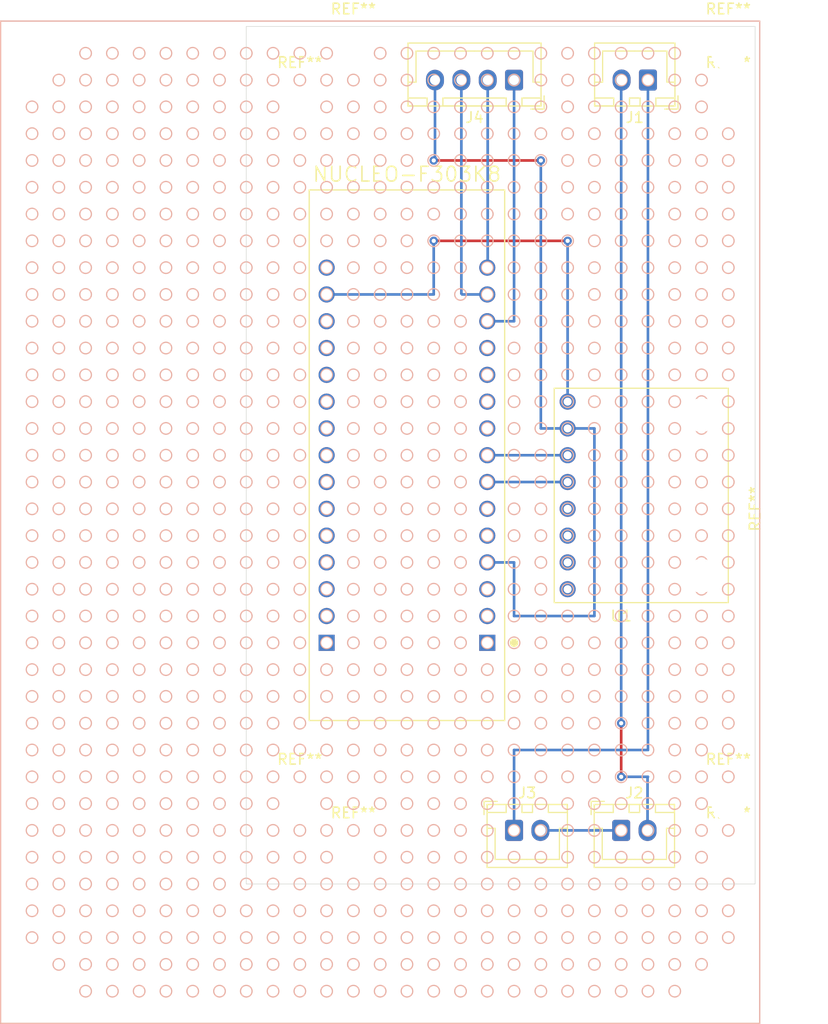
<source format=kicad_pcb>
(kicad_pcb (version 20171130) (host pcbnew "(5.1.4-0-10_14)")

  (general
    (thickness 1.6)
    (drawings 4)
    (tracks 41)
    (zones 0)
    (modules 15)
    (nets 38)
  )

  (page A4)
  (layers
    (0 F.Cu signal)
    (31 B.Cu signal)
    (32 B.Adhes user)
    (33 F.Adhes user)
    (34 B.Paste user)
    (35 F.Paste user)
    (36 B.SilkS user)
    (37 F.SilkS user)
    (38 B.Mask user)
    (39 F.Mask user)
    (40 Dwgs.User user)
    (41 Cmts.User user)
    (42 Eco1.User user)
    (43 Eco2.User user)
    (44 Edge.Cuts user)
    (45 Margin user)
    (46 B.CrtYd user)
    (47 F.CrtYd user)
    (48 B.Fab user)
    (49 F.Fab user)
  )

  (setup
    (last_trace_width 0.25)
    (trace_clearance 0.2)
    (zone_clearance 0.508)
    (zone_45_only no)
    (trace_min 0.2)
    (via_size 0.8)
    (via_drill 0.4)
    (via_min_size 0.4)
    (via_min_drill 0.3)
    (uvia_size 0.3)
    (uvia_drill 0.1)
    (uvias_allowed no)
    (uvia_min_size 0.2)
    (uvia_min_drill 0.1)
    (edge_width 0.05)
    (segment_width 0.2)
    (pcb_text_width 0.3)
    (pcb_text_size 1.5 1.5)
    (mod_edge_width 0.12)
    (mod_text_size 1 1)
    (mod_text_width 0.15)
    (pad_size 1.524 1.524)
    (pad_drill 0.762)
    (pad_to_mask_clearance 0.051)
    (solder_mask_min_width 0.25)
    (aux_axis_origin 0 0)
    (visible_elements 7FFFFFFF)
    (pcbplotparams
      (layerselection 0x010fc_ffffffff)
      (usegerberextensions false)
      (usegerberattributes false)
      (usegerberadvancedattributes false)
      (creategerberjobfile false)
      (excludeedgelayer true)
      (linewidth 0.100000)
      (plotframeref false)
      (viasonmask false)
      (mode 1)
      (useauxorigin false)
      (hpglpennumber 1)
      (hpglpenspeed 20)
      (hpglpendiameter 15.000000)
      (psnegative false)
      (psa4output false)
      (plotreference true)
      (plotvalue true)
      (plotinvisibletext false)
      (padsonsilk false)
      (subtractmaskfromsilk false)
      (outputformat 1)
      (mirror false)
      (drillshape 1)
      (scaleselection 1)
      (outputdirectory ""))
  )

  (net 0 "")
  (net 1 "Net-(A1-Pad3.1)")
  (net 2 "Net-(A1-Pad4.1)")
  (net 3 "Net-(A1-Pad3.2)")
  (net 4 "Net-(A1-Pad4.2)")
  (net 5 "Net-(A1-Pad3.3)")
  (net 6 "Net-(A1-Pad4.3)")
  (net 7 GND)
  (net 8 "Net-(A1-Pad4.4)")
  (net 9 "Net-(A1-Pad3.5)")
  (net 10 "Net-(A1-Pad4.5)")
  (net 11 "Net-(A1-Pad3.6)")
  (net 12 "Net-(A1-Pad4.6)")
  (net 13 SDA)
  (net 14 "Net-(A1-Pad4.7)")
  (net 15 SCL)
  (net 16 "Net-(A1-Pad4.8)")
  (net 17 "Net-(A1-Pad3.9)")
  (net 18 "Net-(A1-Pad4.9)")
  (net 19 "Net-(A1-Pad3.10)")
  (net 20 "Net-(A1-Pad4.10)")
  (net 21 "Net-(A1-Pad3.11)")
  (net 22 "Net-(A1-Pad4.11)")
  (net 23 "Net-(A1-Pad3.12)")
  (net 24 "Net-(A1-Pad4.12)")
  (net 25 LED_R)
  (net 26 "Net-(A1-Pad4.13)")
  (net 27 LED_G)
  (net 28 +3V3)
  (net 29 LED_B)
  (net 30 "Net-(A1-Pad4.15)")
  (net 31 "Net-(J1-Pad1)")
  (net 32 "Net-(J1-Pad2)")
  (net 33 "Net-(J2-Pad1)")
  (net 34 "Net-(U1-Pad5)")
  (net 35 "Net-(U1-Pad6)")
  (net 36 "Net-(U1-Pad7)")
  (net 37 "Net-(U1-Pad8)")

  (net_class Default "これはデフォルトのネット クラスです。"
    (clearance 0.2)
    (trace_width 0.25)
    (via_dia 0.8)
    (via_drill 0.4)
    (uvia_dia 0.3)
    (uvia_drill 0.1)
    (add_net +3V3)
    (add_net GND)
    (add_net LED_B)
    (add_net LED_G)
    (add_net LED_R)
    (add_net "Net-(A1-Pad3.1)")
    (add_net "Net-(A1-Pad3.10)")
    (add_net "Net-(A1-Pad3.11)")
    (add_net "Net-(A1-Pad3.12)")
    (add_net "Net-(A1-Pad3.2)")
    (add_net "Net-(A1-Pad3.3)")
    (add_net "Net-(A1-Pad3.5)")
    (add_net "Net-(A1-Pad3.6)")
    (add_net "Net-(A1-Pad3.9)")
    (add_net "Net-(A1-Pad4.1)")
    (add_net "Net-(A1-Pad4.10)")
    (add_net "Net-(A1-Pad4.11)")
    (add_net "Net-(A1-Pad4.12)")
    (add_net "Net-(A1-Pad4.13)")
    (add_net "Net-(A1-Pad4.15)")
    (add_net "Net-(A1-Pad4.2)")
    (add_net "Net-(A1-Pad4.3)")
    (add_net "Net-(A1-Pad4.4)")
    (add_net "Net-(A1-Pad4.5)")
    (add_net "Net-(A1-Pad4.6)")
    (add_net "Net-(A1-Pad4.7)")
    (add_net "Net-(A1-Pad4.8)")
    (add_net "Net-(A1-Pad4.9)")
    (add_net "Net-(J1-Pad1)")
    (add_net "Net-(J1-Pad2)")
    (add_net "Net-(J2-Pad1)")
    (add_net "Net-(U1-Pad5)")
    (add_net "Net-(U1-Pad6)")
    (add_net "Net-(U1-Pad7)")
    (add_net "Net-(U1-Pad8)")
    (add_net SCL)
    (add_net SDA)
  )

  (module MyFootprint:universal_B (layer F.Cu) (tedit 5D1573B4) (tstamp 5E134154)
    (at 152.4 58.42 90)
    (fp_text reference REF** (at 0 35.56 90) (layer F.SilkS)
      (effects (font (size 1 1) (thickness 0.15)))
    )
    (fp_text value universal_B (at 0 -35 90) (layer F.Fab)
      (effects (font (size 1 1) (thickness 0.15)))
    )
    (fp_line (start -48.77 -36) (end -48.77 36) (layer B.SilkS) (width 0.12))
    (fp_line (start 46.23 -36) (end 46.23 36) (layer B.SilkS) (width 0.12))
    (fp_line (start 46.23 -36) (end -48.77 -36) (layer B.SilkS) (width 0.12))
    (fp_circle (center 0 0) (end 0.55 0) (layer B.SilkS) (width 0.12))
    (fp_circle (center 2.54 0) (end 3.09 0) (layer B.SilkS) (width 0.12))
    (fp_circle (center 2.54 -2.54) (end 3.09 -2.54) (layer B.SilkS) (width 0.12))
    (fp_circle (center 0 -2.54) (end 0.55 -2.54) (layer B.SilkS) (width 0.12))
    (fp_circle (center 0 2.54) (end 0.55 2.54) (layer B.SilkS) (width 0.12))
    (fp_circle (center 2.54 2.54) (end 3.09 2.54) (layer B.SilkS) (width 0.12))
    (fp_circle (center 2.54 -5.08) (end 3.09 -5.08) (layer B.SilkS) (width 0.12))
    (fp_circle (center 0 -5.08) (end 0.55 -5.08) (layer B.SilkS) (width 0.12))
    (fp_circle (center 2.54 -7.62) (end 3.09 -7.62) (layer B.SilkS) (width 0.12))
    (fp_circle (center 0 -7.62) (end 0.55 -7.62) (layer B.SilkS) (width 0.12))
    (fp_circle (center 0 -10.16) (end 0.55 -10.16) (layer B.SilkS) (width 0.12))
    (fp_circle (center 2.54 -10.16) (end 3.09 -10.16) (layer B.SilkS) (width 0.12))
    (fp_circle (center 2.54 10.16) (end 3.09 10.16) (layer B.SilkS) (width 0.12))
    (fp_circle (center 0 10.16) (end 0.55 10.16) (layer B.SilkS) (width 0.12))
    (fp_circle (center 2.54 7.62) (end 3.09 7.62) (layer B.SilkS) (width 0.12))
    (fp_circle (center 0 7.62) (end 0.55 7.62) (layer B.SilkS) (width 0.12))
    (fp_circle (center 0 5.08) (end 0.55 5.08) (layer B.SilkS) (width 0.12))
    (fp_circle (center 2.54 5.08) (end 3.09 5.08) (layer B.SilkS) (width 0.12))
    (fp_circle (center 2.54 -12.7) (end 3.09 -12.7) (layer B.SilkS) (width 0.12))
    (fp_circle (center 0 -12.7) (end 0.55 -12.7) (layer B.SilkS) (width 0.12))
    (fp_circle (center 2.54 -15.24) (end 3.09 -15.24) (layer B.SilkS) (width 0.12))
    (fp_circle (center 0 -15.24) (end 0.55 -15.24) (layer B.SilkS) (width 0.12))
    (fp_circle (center 0 -17.78) (end 0.55 -17.78) (layer B.SilkS) (width 0.12))
    (fp_circle (center 2.54 -17.78) (end 3.09 -17.78) (layer B.SilkS) (width 0.12))
    (fp_circle (center 2.54 17.78) (end 3.09 17.78) (layer B.SilkS) (width 0.12))
    (fp_circle (center 0 17.78) (end 0.55 17.78) (layer B.SilkS) (width 0.12))
    (fp_circle (center 2.54 15.24) (end 3.09 15.24) (layer B.SilkS) (width 0.12))
    (fp_circle (center 0 15.24) (end 0.55 15.24) (layer B.SilkS) (width 0.12))
    (fp_circle (center 0 12.7) (end 0.55 12.7) (layer B.SilkS) (width 0.12))
    (fp_circle (center 2.54 12.7) (end 3.09 12.7) (layer B.SilkS) (width 0.12))
    (fp_circle (center 2.54 -20.32) (end 3.09 -20.32) (layer B.SilkS) (width 0.12))
    (fp_circle (center 0 -20.32) (end 0.55 -20.32) (layer B.SilkS) (width 0.12))
    (fp_circle (center 2.54 -22.86) (end 3.09 -22.86) (layer B.SilkS) (width 0.12))
    (fp_circle (center 0 -22.86) (end 0.55 -22.86) (layer B.SilkS) (width 0.12))
    (fp_circle (center 0 -25.4) (end 0.55 -25.4) (layer B.SilkS) (width 0.12))
    (fp_circle (center 2.54 -25.4) (end 3.09 -25.4) (layer B.SilkS) (width 0.12))
    (fp_circle (center 2.54 25.4) (end 3.09 25.4) (layer B.SilkS) (width 0.12))
    (fp_circle (center 0 25.4) (end 0.55 25.4) (layer B.SilkS) (width 0.12))
    (fp_circle (center 2.54 22.86) (end 3.09 22.86) (layer B.SilkS) (width 0.12))
    (fp_circle (center 0 22.86) (end 0.55 22.86) (layer B.SilkS) (width 0.12))
    (fp_circle (center 0 20.32) (end 0.55 20.32) (layer B.SilkS) (width 0.12))
    (fp_circle (center 2.54 20.32) (end 3.09 20.32) (layer B.SilkS) (width 0.12))
    (fp_circle (center 2.54 -27.94) (end 3.09 -27.94) (layer B.SilkS) (width 0.12))
    (fp_circle (center 0 -27.94) (end 0.55 -27.94) (layer B.SilkS) (width 0.12))
    (fp_circle (center 2.54 -30.48) (end 3.09 -30.48) (layer B.SilkS) (width 0.12))
    (fp_circle (center 0 -30.48) (end 0.55 -30.48) (layer B.SilkS) (width 0.12))
    (fp_circle (center 0 -33.02) (end 0.55 -33.02) (layer B.SilkS) (width 0.12))
    (fp_circle (center 2.54 -33.02) (end 3.09 -33.02) (layer B.SilkS) (width 0.12))
    (fp_circle (center 2.54 33.02) (end 3.09 33.02) (layer B.SilkS) (width 0.12))
    (fp_circle (center 0 33.02) (end 0.55 33.02) (layer B.SilkS) (width 0.12))
    (fp_circle (center 2.54 30.48) (end 3.09 30.48) (layer B.SilkS) (width 0.12))
    (fp_circle (center 0 30.48) (end 0.55 30.48) (layer B.SilkS) (width 0.12))
    (fp_circle (center 0 27.94) (end 0.55 27.94) (layer B.SilkS) (width 0.12))
    (fp_circle (center 2.54 27.94) (end 3.09 27.94) (layer B.SilkS) (width 0.12))
    (fp_circle (center 5.08 -2.54) (end 5.63 -2.54) (layer B.SilkS) (width 0.12))
    (fp_circle (center 10.16 2.54) (end 10.71 2.54) (layer B.SilkS) (width 0.12))
    (fp_circle (center 7.62 2.54) (end 8.17 2.54) (layer B.SilkS) (width 0.12))
    (fp_circle (center 5.08 2.54) (end 5.63 2.54) (layer B.SilkS) (width 0.12))
    (fp_circle (center 10.16 0) (end 10.71 0) (layer B.SilkS) (width 0.12))
    (fp_circle (center 7.62 0) (end 8.17 0) (layer B.SilkS) (width 0.12))
    (fp_circle (center 5.08 0) (end 5.63 0) (layer B.SilkS) (width 0.12))
    (fp_circle (center 7.62 -2.54) (end 8.17 -2.54) (layer B.SilkS) (width 0.12))
    (fp_circle (center 10.16 -2.54) (end 10.71 -2.54) (layer B.SilkS) (width 0.12))
    (fp_circle (center 10.16 27.94) (end 10.71 27.94) (layer B.SilkS) (width 0.12))
    (fp_circle (center 7.62 27.94) (end 8.17 27.94) (layer B.SilkS) (width 0.12))
    (fp_circle (center 7.62 30.48) (end 8.17 30.48) (layer B.SilkS) (width 0.12))
    (fp_circle (center 7.62 33.02) (end 8.17 33.02) (layer B.SilkS) (width 0.12))
    (fp_circle (center 10.16 33.02) (end 10.71 33.02) (layer B.SilkS) (width 0.12))
    (fp_circle (center 5.08 33.02) (end 5.63 33.02) (layer B.SilkS) (width 0.12))
    (fp_circle (center 5.08 30.48) (end 5.63 30.48) (layer B.SilkS) (width 0.12))
    (fp_circle (center 5.08 27.94) (end 5.63 27.94) (layer B.SilkS) (width 0.12))
    (fp_circle (center 10.16 30.48) (end 10.71 30.48) (layer B.SilkS) (width 0.12))
    (fp_circle (center 7.62 -30.48) (end 8.17 -30.48) (layer B.SilkS) (width 0.12))
    (fp_circle (center 5.08 -27.94) (end 5.63 -27.94) (layer B.SilkS) (width 0.12))
    (fp_circle (center 5.08 -33.02) (end 5.63 -33.02) (layer B.SilkS) (width 0.12))
    (fp_circle (center 7.62 -27.94) (end 8.17 -27.94) (layer B.SilkS) (width 0.12))
    (fp_circle (center 7.62 -33.02) (end 8.17 -33.02) (layer B.SilkS) (width 0.12))
    (fp_circle (center 5.08 -30.48) (end 5.63 -30.48) (layer B.SilkS) (width 0.12))
    (fp_circle (center 10.16 -30.48) (end 10.71 -30.48) (layer B.SilkS) (width 0.12))
    (fp_circle (center 10.16 -27.94) (end 10.71 -27.94) (layer B.SilkS) (width 0.12))
    (fp_circle (center 10.16 -33.02) (end 10.71 -33.02) (layer B.SilkS) (width 0.12))
    (fp_circle (center 7.62 25.4) (end 8.17 25.4) (layer B.SilkS) (width 0.12))
    (fp_circle (center 7.62 20.32) (end 8.17 20.32) (layer B.SilkS) (width 0.12))
    (fp_circle (center 10.16 20.32) (end 10.71 20.32) (layer B.SilkS) (width 0.12))
    (fp_circle (center 10.16 22.86) (end 10.71 22.86) (layer B.SilkS) (width 0.12))
    (fp_circle (center 10.16 25.4) (end 10.71 25.4) (layer B.SilkS) (width 0.12))
    (fp_circle (center 7.62 22.86) (end 8.17 22.86) (layer B.SilkS) (width 0.12))
    (fp_circle (center 5.08 22.86) (end 5.63 22.86) (layer B.SilkS) (width 0.12))
    (fp_circle (center 5.08 20.32) (end 5.63 20.32) (layer B.SilkS) (width 0.12))
    (fp_circle (center 5.08 25.4) (end 5.63 25.4) (layer B.SilkS) (width 0.12))
    (fp_circle (center 7.62 -22.86) (end 8.17 -22.86) (layer B.SilkS) (width 0.12))
    (fp_circle (center 5.08 -20.32) (end 5.63 -20.32) (layer B.SilkS) (width 0.12))
    (fp_circle (center 10.16 -20.32) (end 10.71 -20.32) (layer B.SilkS) (width 0.12))
    (fp_circle (center 10.16 -25.4) (end 10.71 -25.4) (layer B.SilkS) (width 0.12))
    (fp_circle (center 5.08 -22.86) (end 5.63 -22.86) (layer B.SilkS) (width 0.12))
    (fp_circle (center 7.62 -25.4) (end 8.17 -25.4) (layer B.SilkS) (width 0.12))
    (fp_circle (center 5.08 -25.4) (end 5.63 -25.4) (layer B.SilkS) (width 0.12))
    (fp_circle (center 10.16 -22.86) (end 10.71 -22.86) (layer B.SilkS) (width 0.12))
    (fp_circle (center 7.62 -20.32) (end 8.17 -20.32) (layer B.SilkS) (width 0.12))
    (fp_circle (center 7.62 12.7) (end 8.17 12.7) (layer B.SilkS) (width 0.12))
    (fp_circle (center 7.62 15.24) (end 8.17 15.24) (layer B.SilkS) (width 0.12))
    (fp_circle (center 5.08 12.7) (end 5.63 12.7) (layer B.SilkS) (width 0.12))
    (fp_circle (center 10.16 15.24) (end 10.71 15.24) (layer B.SilkS) (width 0.12))
    (fp_circle (center 7.62 17.78) (end 8.17 17.78) (layer B.SilkS) (width 0.12))
    (fp_circle (center 10.16 17.78) (end 10.71 17.78) (layer B.SilkS) (width 0.12))
    (fp_circle (center 10.16 12.7) (end 10.71 12.7) (layer B.SilkS) (width 0.12))
    (fp_circle (center 5.08 15.24) (end 5.63 15.24) (layer B.SilkS) (width 0.12))
    (fp_circle (center 5.08 17.78) (end 5.63 17.78) (layer B.SilkS) (width 0.12))
    (fp_circle (center 10.16 -12.7) (end 10.71 -12.7) (layer B.SilkS) (width 0.12))
    (fp_circle (center 5.08 -12.7) (end 5.63 -12.7) (layer B.SilkS) (width 0.12))
    (fp_circle (center 7.62 -12.7) (end 8.17 -12.7) (layer B.SilkS) (width 0.12))
    (fp_circle (center 5.08 -15.24) (end 5.63 -15.24) (layer B.SilkS) (width 0.12))
    (fp_circle (center 5.08 -17.78) (end 5.63 -17.78) (layer B.SilkS) (width 0.12))
    (fp_circle (center 10.16 -15.24) (end 10.71 -15.24) (layer B.SilkS) (width 0.12))
    (fp_circle (center 10.16 -17.78) (end 10.71 -17.78) (layer B.SilkS) (width 0.12))
    (fp_circle (center 7.62 -17.78) (end 8.17 -17.78) (layer B.SilkS) (width 0.12))
    (fp_circle (center 7.62 -15.24) (end 8.17 -15.24) (layer B.SilkS) (width 0.12))
    (fp_circle (center 10.16 7.62) (end 10.71 7.62) (layer B.SilkS) (width 0.12))
    (fp_circle (center 10.16 -7.62) (end 10.71 -7.62) (layer B.SilkS) (width 0.12))
    (fp_circle (center 7.62 -5.08) (end 8.17 -5.08) (layer B.SilkS) (width 0.12))
    (fp_circle (center 10.16 5.08) (end 10.71 5.08) (layer B.SilkS) (width 0.12))
    (fp_circle (center 10.16 -10.16) (end 10.71 -10.16) (layer B.SilkS) (width 0.12))
    (fp_circle (center 7.62 5.08) (end 8.17 5.08) (layer B.SilkS) (width 0.12))
    (fp_circle (center 7.62 7.62) (end 8.17 7.62) (layer B.SilkS) (width 0.12))
    (fp_circle (center 5.08 10.16) (end 5.63 10.16) (layer B.SilkS) (width 0.12))
    (fp_circle (center 7.62 10.16) (end 8.17 10.16) (layer B.SilkS) (width 0.12))
    (fp_circle (center 10.16 10.16) (end 10.71 10.16) (layer B.SilkS) (width 0.12))
    (fp_circle (center 5.08 -10.16) (end 5.63 -10.16) (layer B.SilkS) (width 0.12))
    (fp_circle (center 5.08 -5.08) (end 5.63 -5.08) (layer B.SilkS) (width 0.12))
    (fp_circle (center 5.08 -7.62) (end 5.63 -7.62) (layer B.SilkS) (width 0.12))
    (fp_circle (center 5.08 5.08) (end 5.63 5.08) (layer B.SilkS) (width 0.12))
    (fp_circle (center 7.62 -10.16) (end 8.17 -10.16) (layer B.SilkS) (width 0.12))
    (fp_circle (center 10.16 -5.08) (end 10.71 -5.08) (layer B.SilkS) (width 0.12))
    (fp_circle (center 5.08 7.62) (end 5.63 7.62) (layer B.SilkS) (width 0.12))
    (fp_circle (center 7.62 -7.62) (end 8.17 -7.62) (layer B.SilkS) (width 0.12))
    (fp_circle (center 12.7 -2.54) (end 13.25 -2.54) (layer B.SilkS) (width 0.12))
    (fp_circle (center 17.78 2.54) (end 18.33 2.54) (layer B.SilkS) (width 0.12))
    (fp_circle (center 15.24 2.54) (end 15.79 2.54) (layer B.SilkS) (width 0.12))
    (fp_circle (center 12.7 2.54) (end 13.25 2.54) (layer B.SilkS) (width 0.12))
    (fp_circle (center 17.78 0) (end 18.33 0) (layer B.SilkS) (width 0.12))
    (fp_circle (center 15.24 0) (end 15.79 0) (layer B.SilkS) (width 0.12))
    (fp_circle (center 12.7 0) (end 13.25 0) (layer B.SilkS) (width 0.12))
    (fp_circle (center 15.24 -2.54) (end 15.79 -2.54) (layer B.SilkS) (width 0.12))
    (fp_circle (center 17.78 -2.54) (end 18.33 -2.54) (layer B.SilkS) (width 0.12))
    (fp_circle (center 17.78 27.94) (end 18.33 27.94) (layer B.SilkS) (width 0.12))
    (fp_circle (center 15.24 27.94) (end 15.79 27.94) (layer B.SilkS) (width 0.12))
    (fp_circle (center 15.24 30.48) (end 15.79 30.48) (layer B.SilkS) (width 0.12))
    (fp_circle (center 15.24 33.02) (end 15.79 33.02) (layer B.SilkS) (width 0.12))
    (fp_circle (center 17.78 33.02) (end 18.33 33.02) (layer B.SilkS) (width 0.12))
    (fp_circle (center 12.7 33.02) (end 13.25 33.02) (layer B.SilkS) (width 0.12))
    (fp_circle (center 12.7 30.48) (end 13.25 30.48) (layer B.SilkS) (width 0.12))
    (fp_circle (center 12.7 27.94) (end 13.25 27.94) (layer B.SilkS) (width 0.12))
    (fp_circle (center 17.78 30.48) (end 18.33 30.48) (layer B.SilkS) (width 0.12))
    (fp_circle (center 15.24 -30.48) (end 15.79 -30.48) (layer B.SilkS) (width 0.12))
    (fp_circle (center 12.7 -27.94) (end 13.25 -27.94) (layer B.SilkS) (width 0.12))
    (fp_circle (center 12.7 -33.02) (end 13.25 -33.02) (layer B.SilkS) (width 0.12))
    (fp_circle (center 15.24 -27.94) (end 15.79 -27.94) (layer B.SilkS) (width 0.12))
    (fp_circle (center 15.24 -33.02) (end 15.79 -33.02) (layer B.SilkS) (width 0.12))
    (fp_circle (center 12.7 -30.48) (end 13.25 -30.48) (layer B.SilkS) (width 0.12))
    (fp_circle (center 17.78 -30.48) (end 18.33 -30.48) (layer B.SilkS) (width 0.12))
    (fp_circle (center 17.78 -27.94) (end 18.33 -27.94) (layer B.SilkS) (width 0.12))
    (fp_circle (center 17.78 -33.02) (end 18.33 -33.02) (layer B.SilkS) (width 0.12))
    (fp_circle (center 15.24 25.4) (end 15.79 25.4) (layer B.SilkS) (width 0.12))
    (fp_circle (center 15.24 20.32) (end 15.79 20.32) (layer B.SilkS) (width 0.12))
    (fp_circle (center 17.78 20.32) (end 18.33 20.32) (layer B.SilkS) (width 0.12))
    (fp_circle (center 17.78 22.86) (end 18.33 22.86) (layer B.SilkS) (width 0.12))
    (fp_circle (center 17.78 25.4) (end 18.33 25.4) (layer B.SilkS) (width 0.12))
    (fp_circle (center 15.24 22.86) (end 15.79 22.86) (layer B.SilkS) (width 0.12))
    (fp_circle (center 12.7 22.86) (end 13.25 22.86) (layer B.SilkS) (width 0.12))
    (fp_circle (center 12.7 20.32) (end 13.25 20.32) (layer B.SilkS) (width 0.12))
    (fp_circle (center 12.7 25.4) (end 13.25 25.4) (layer B.SilkS) (width 0.12))
    (fp_circle (center 15.24 -22.86) (end 15.79 -22.86) (layer B.SilkS) (width 0.12))
    (fp_circle (center 12.7 -20.32) (end 13.25 -20.32) (layer B.SilkS) (width 0.12))
    (fp_circle (center 17.78 -20.32) (end 18.33 -20.32) (layer B.SilkS) (width 0.12))
    (fp_circle (center 17.78 -25.4) (end 18.33 -25.4) (layer B.SilkS) (width 0.12))
    (fp_circle (center 12.7 -22.86) (end 13.25 -22.86) (layer B.SilkS) (width 0.12))
    (fp_circle (center 15.24 -25.4) (end 15.79 -25.4) (layer B.SilkS) (width 0.12))
    (fp_circle (center 12.7 -25.4) (end 13.25 -25.4) (layer B.SilkS) (width 0.12))
    (fp_circle (center 17.78 -22.86) (end 18.33 -22.86) (layer B.SilkS) (width 0.12))
    (fp_circle (center 15.24 -20.32) (end 15.79 -20.32) (layer B.SilkS) (width 0.12))
    (fp_circle (center 15.24 12.7) (end 15.79 12.7) (layer B.SilkS) (width 0.12))
    (fp_circle (center 15.24 15.24) (end 15.79 15.24) (layer B.SilkS) (width 0.12))
    (fp_circle (center 12.7 12.7) (end 13.25 12.7) (layer B.SilkS) (width 0.12))
    (fp_circle (center 17.78 15.24) (end 18.33 15.24) (layer B.SilkS) (width 0.12))
    (fp_circle (center 15.24 17.78) (end 15.79 17.78) (layer B.SilkS) (width 0.12))
    (fp_circle (center 17.78 17.78) (end 18.33 17.78) (layer B.SilkS) (width 0.12))
    (fp_circle (center 17.78 12.7) (end 18.33 12.7) (layer B.SilkS) (width 0.12))
    (fp_circle (center 12.7 15.24) (end 13.25 15.24) (layer B.SilkS) (width 0.12))
    (fp_circle (center 12.7 17.78) (end 13.25 17.78) (layer B.SilkS) (width 0.12))
    (fp_circle (center 17.78 -12.7) (end 18.33 -12.7) (layer B.SilkS) (width 0.12))
    (fp_circle (center 12.7 -12.7) (end 13.25 -12.7) (layer B.SilkS) (width 0.12))
    (fp_circle (center 15.24 -12.7) (end 15.79 -12.7) (layer B.SilkS) (width 0.12))
    (fp_circle (center 12.7 -15.24) (end 13.25 -15.24) (layer B.SilkS) (width 0.12))
    (fp_circle (center 12.7 -17.78) (end 13.25 -17.78) (layer B.SilkS) (width 0.12))
    (fp_circle (center 17.78 -15.24) (end 18.33 -15.24) (layer B.SilkS) (width 0.12))
    (fp_circle (center 17.78 -17.78) (end 18.33 -17.78) (layer B.SilkS) (width 0.12))
    (fp_circle (center 15.24 -17.78) (end 15.79 -17.78) (layer B.SilkS) (width 0.12))
    (fp_circle (center 15.24 -15.24) (end 15.79 -15.24) (layer B.SilkS) (width 0.12))
    (fp_circle (center 17.78 7.62) (end 18.33 7.62) (layer B.SilkS) (width 0.12))
    (fp_circle (center 17.78 -7.62) (end 18.33 -7.62) (layer B.SilkS) (width 0.12))
    (fp_circle (center 15.24 -5.08) (end 15.79 -5.08) (layer B.SilkS) (width 0.12))
    (fp_circle (center 17.78 5.08) (end 18.33 5.08) (layer B.SilkS) (width 0.12))
    (fp_circle (center 17.78 -10.16) (end 18.33 -10.16) (layer B.SilkS) (width 0.12))
    (fp_circle (center 15.24 5.08) (end 15.79 5.08) (layer B.SilkS) (width 0.12))
    (fp_circle (center 15.24 7.62) (end 15.79 7.62) (layer B.SilkS) (width 0.12))
    (fp_circle (center 12.7 10.16) (end 13.25 10.16) (layer B.SilkS) (width 0.12))
    (fp_circle (center 15.24 10.16) (end 15.79 10.16) (layer B.SilkS) (width 0.12))
    (fp_circle (center 17.78 10.16) (end 18.33 10.16) (layer B.SilkS) (width 0.12))
    (fp_circle (center 12.7 -10.16) (end 13.25 -10.16) (layer B.SilkS) (width 0.12))
    (fp_circle (center 12.7 -5.08) (end 13.25 -5.08) (layer B.SilkS) (width 0.12))
    (fp_circle (center 12.7 -7.62) (end 13.25 -7.62) (layer B.SilkS) (width 0.12))
    (fp_circle (center 12.7 5.08) (end 13.25 5.08) (layer B.SilkS) (width 0.12))
    (fp_circle (center 15.24 -10.16) (end 15.79 -10.16) (layer B.SilkS) (width 0.12))
    (fp_circle (center 17.78 -5.08) (end 18.33 -5.08) (layer B.SilkS) (width 0.12))
    (fp_circle (center 12.7 7.62) (end 13.25 7.62) (layer B.SilkS) (width 0.12))
    (fp_circle (center 15.24 -7.62) (end 15.79 -7.62) (layer B.SilkS) (width 0.12))
    (fp_circle (center 20.32 -2.54) (end 20.87 -2.54) (layer B.SilkS) (width 0.12))
    (fp_circle (center 25.4 2.54) (end 25.95 2.54) (layer B.SilkS) (width 0.12))
    (fp_circle (center 22.86 2.54) (end 23.41 2.54) (layer B.SilkS) (width 0.12))
    (fp_circle (center 20.32 2.54) (end 20.87 2.54) (layer B.SilkS) (width 0.12))
    (fp_circle (center 25.4 0) (end 25.95 0) (layer B.SilkS) (width 0.12))
    (fp_circle (center 22.86 0) (end 23.41 0) (layer B.SilkS) (width 0.12))
    (fp_circle (center 20.32 0) (end 20.87 0) (layer B.SilkS) (width 0.12))
    (fp_circle (center 22.86 -2.54) (end 23.41 -2.54) (layer B.SilkS) (width 0.12))
    (fp_circle (center 25.4 -2.54) (end 25.95 -2.54) (layer B.SilkS) (width 0.12))
    (fp_circle (center 25.4 27.94) (end 25.95 27.94) (layer B.SilkS) (width 0.12))
    (fp_circle (center 22.86 27.94) (end 23.41 27.94) (layer B.SilkS) (width 0.12))
    (fp_circle (center 22.86 30.48) (end 23.41 30.48) (layer B.SilkS) (width 0.12))
    (fp_circle (center 22.86 33.02) (end 23.41 33.02) (layer B.SilkS) (width 0.12))
    (fp_circle (center 25.4 33.02) (end 25.95 33.02) (layer B.SilkS) (width 0.12))
    (fp_circle (center 20.32 33.02) (end 20.87 33.02) (layer B.SilkS) (width 0.12))
    (fp_circle (center 20.32 30.48) (end 20.87 30.48) (layer B.SilkS) (width 0.12))
    (fp_circle (center 20.32 27.94) (end 20.87 27.94) (layer B.SilkS) (width 0.12))
    (fp_circle (center 25.4 30.48) (end 25.95 30.48) (layer B.SilkS) (width 0.12))
    (fp_circle (center 22.86 -30.48) (end 23.41 -30.48) (layer B.SilkS) (width 0.12))
    (fp_circle (center 20.32 -27.94) (end 20.87 -27.94) (layer B.SilkS) (width 0.12))
    (fp_circle (center 20.32 -33.02) (end 20.87 -33.02) (layer B.SilkS) (width 0.12))
    (fp_circle (center 22.86 -27.94) (end 23.41 -27.94) (layer B.SilkS) (width 0.12))
    (fp_circle (center 22.86 -33.02) (end 23.41 -33.02) (layer B.SilkS) (width 0.12))
    (fp_circle (center 20.32 -30.48) (end 20.87 -30.48) (layer B.SilkS) (width 0.12))
    (fp_circle (center 25.4 -30.48) (end 25.95 -30.48) (layer B.SilkS) (width 0.12))
    (fp_circle (center 25.4 -27.94) (end 25.95 -27.94) (layer B.SilkS) (width 0.12))
    (fp_circle (center 25.4 -33.02) (end 25.95 -33.02) (layer B.SilkS) (width 0.12))
    (fp_circle (center 22.86 25.4) (end 23.41 25.4) (layer B.SilkS) (width 0.12))
    (fp_circle (center 22.86 20.32) (end 23.41 20.32) (layer B.SilkS) (width 0.12))
    (fp_circle (center 25.4 20.32) (end 25.95 20.32) (layer B.SilkS) (width 0.12))
    (fp_circle (center 25.4 22.86) (end 25.95 22.86) (layer B.SilkS) (width 0.12))
    (fp_circle (center 25.4 25.4) (end 25.95 25.4) (layer B.SilkS) (width 0.12))
    (fp_circle (center 22.86 22.86) (end 23.41 22.86) (layer B.SilkS) (width 0.12))
    (fp_circle (center 20.32 22.86) (end 20.87 22.86) (layer B.SilkS) (width 0.12))
    (fp_circle (center 20.32 20.32) (end 20.87 20.32) (layer B.SilkS) (width 0.12))
    (fp_circle (center 20.32 25.4) (end 20.87 25.4) (layer B.SilkS) (width 0.12))
    (fp_circle (center 22.86 -22.86) (end 23.41 -22.86) (layer B.SilkS) (width 0.12))
    (fp_circle (center 20.32 -20.32) (end 20.87 -20.32) (layer B.SilkS) (width 0.12))
    (fp_circle (center 25.4 -20.32) (end 25.95 -20.32) (layer B.SilkS) (width 0.12))
    (fp_circle (center 25.4 -25.4) (end 25.95 -25.4) (layer B.SilkS) (width 0.12))
    (fp_circle (center 20.32 -22.86) (end 20.87 -22.86) (layer B.SilkS) (width 0.12))
    (fp_circle (center 22.86 -25.4) (end 23.41 -25.4) (layer B.SilkS) (width 0.12))
    (fp_circle (center 20.32 -25.4) (end 20.87 -25.4) (layer B.SilkS) (width 0.12))
    (fp_circle (center 25.4 -22.86) (end 25.95 -22.86) (layer B.SilkS) (width 0.12))
    (fp_circle (center 22.86 -20.32) (end 23.41 -20.32) (layer B.SilkS) (width 0.12))
    (fp_circle (center 22.86 12.7) (end 23.41 12.7) (layer B.SilkS) (width 0.12))
    (fp_circle (center 22.86 15.24) (end 23.41 15.24) (layer B.SilkS) (width 0.12))
    (fp_circle (center 20.32 12.7) (end 20.87 12.7) (layer B.SilkS) (width 0.12))
    (fp_circle (center 25.4 15.24) (end 25.95 15.24) (layer B.SilkS) (width 0.12))
    (fp_circle (center 22.86 17.78) (end 23.41 17.78) (layer B.SilkS) (width 0.12))
    (fp_circle (center 25.4 17.78) (end 25.95 17.78) (layer B.SilkS) (width 0.12))
    (fp_circle (center 25.4 12.7) (end 25.95 12.7) (layer B.SilkS) (width 0.12))
    (fp_circle (center 20.32 15.24) (end 20.87 15.24) (layer B.SilkS) (width 0.12))
    (fp_circle (center 20.32 17.78) (end 20.87 17.78) (layer B.SilkS) (width 0.12))
    (fp_circle (center 25.4 -12.7) (end 25.95 -12.7) (layer B.SilkS) (width 0.12))
    (fp_circle (center 20.32 -12.7) (end 20.87 -12.7) (layer B.SilkS) (width 0.12))
    (fp_circle (center 22.86 -12.7) (end 23.41 -12.7) (layer B.SilkS) (width 0.12))
    (fp_circle (center 20.32 -15.24) (end 20.87 -15.24) (layer B.SilkS) (width 0.12))
    (fp_circle (center 20.32 -17.78) (end 20.87 -17.78) (layer B.SilkS) (width 0.12))
    (fp_circle (center 25.4 -15.24) (end 25.95 -15.24) (layer B.SilkS) (width 0.12))
    (fp_circle (center 25.4 -17.78) (end 25.95 -17.78) (layer B.SilkS) (width 0.12))
    (fp_circle (center 22.86 -17.78) (end 23.41 -17.78) (layer B.SilkS) (width 0.12))
    (fp_circle (center 22.86 -15.24) (end 23.41 -15.24) (layer B.SilkS) (width 0.12))
    (fp_circle (center 25.4 7.62) (end 25.95 7.62) (layer B.SilkS) (width 0.12))
    (fp_circle (center 25.4 -7.62) (end 25.95 -7.62) (layer B.SilkS) (width 0.12))
    (fp_circle (center 22.86 -5.08) (end 23.41 -5.08) (layer B.SilkS) (width 0.12))
    (fp_circle (center 25.4 5.08) (end 25.95 5.08) (layer B.SilkS) (width 0.12))
    (fp_circle (center 25.4 -10.16) (end 25.95 -10.16) (layer B.SilkS) (width 0.12))
    (fp_circle (center 22.86 5.08) (end 23.41 5.08) (layer B.SilkS) (width 0.12))
    (fp_circle (center 22.86 7.62) (end 23.41 7.62) (layer B.SilkS) (width 0.12))
    (fp_circle (center 20.32 10.16) (end 20.87 10.16) (layer B.SilkS) (width 0.12))
    (fp_circle (center 22.86 10.16) (end 23.41 10.16) (layer B.SilkS) (width 0.12))
    (fp_circle (center 25.4 10.16) (end 25.95 10.16) (layer B.SilkS) (width 0.12))
    (fp_circle (center 20.32 -10.16) (end 20.87 -10.16) (layer B.SilkS) (width 0.12))
    (fp_circle (center 20.32 -5.08) (end 20.87 -5.08) (layer B.SilkS) (width 0.12))
    (fp_circle (center 20.32 -7.62) (end 20.87 -7.62) (layer B.SilkS) (width 0.12))
    (fp_circle (center 20.32 5.08) (end 20.87 5.08) (layer B.SilkS) (width 0.12))
    (fp_circle (center 22.86 -10.16) (end 23.41 -10.16) (layer B.SilkS) (width 0.12))
    (fp_circle (center 25.4 -5.08) (end 25.95 -5.08) (layer B.SilkS) (width 0.12))
    (fp_circle (center 20.32 7.62) (end 20.87 7.62) (layer B.SilkS) (width 0.12))
    (fp_circle (center 22.86 -7.62) (end 23.41 -7.62) (layer B.SilkS) (width 0.12))
    (fp_circle (center 27.94 -2.54) (end 28.49 -2.54) (layer B.SilkS) (width 0.12))
    (fp_circle (center 33.02 2.54) (end 33.57 2.54) (layer B.SilkS) (width 0.12))
    (fp_circle (center 30.48 2.54) (end 31.03 2.54) (layer B.SilkS) (width 0.12))
    (fp_circle (center 27.94 2.54) (end 28.49 2.54) (layer B.SilkS) (width 0.12))
    (fp_circle (center 33.02 0) (end 33.57 0) (layer B.SilkS) (width 0.12))
    (fp_circle (center 30.48 0) (end 31.03 0) (layer B.SilkS) (width 0.12))
    (fp_circle (center 27.94 0) (end 28.49 0) (layer B.SilkS) (width 0.12))
    (fp_circle (center 30.48 -2.54) (end 31.03 -2.54) (layer B.SilkS) (width 0.12))
    (fp_circle (center 33.02 -2.54) (end 33.57 -2.54) (layer B.SilkS) (width 0.12))
    (fp_circle (center 33.02 27.94) (end 33.57 27.94) (layer B.SilkS) (width 0.12))
    (fp_circle (center 30.48 27.94) (end 31.03 27.94) (layer B.SilkS) (width 0.12))
    (fp_circle (center 30.48 30.48) (end 31.03 30.48) (layer B.SilkS) (width 0.12))
    (fp_circle (center 30.48 33.02) (end 31.03 33.02) (layer B.SilkS) (width 0.12))
    (fp_circle (center 33.02 33.02) (end 33.57 33.02) (layer B.SilkS) (width 0.12))
    (fp_circle (center 27.94 33.02) (end 28.49 33.02) (layer B.SilkS) (width 0.12))
    (fp_circle (center 27.94 30.48) (end 28.49 30.48) (layer B.SilkS) (width 0.12))
    (fp_circle (center 27.94 27.94) (end 28.49 27.94) (layer B.SilkS) (width 0.12))
    (fp_circle (center 33.02 30.48) (end 33.57 30.48) (layer B.SilkS) (width 0.12))
    (fp_circle (center 30.48 -30.48) (end 31.03 -30.48) (layer B.SilkS) (width 0.12))
    (fp_circle (center 27.94 -27.94) (end 28.49 -27.94) (layer B.SilkS) (width 0.12))
    (fp_circle (center 27.94 -33.02) (end 28.49 -33.02) (layer B.SilkS) (width 0.12))
    (fp_circle (center 30.48 -27.94) (end 31.03 -27.94) (layer B.SilkS) (width 0.12))
    (fp_circle (center 30.48 -33.02) (end 31.03 -33.02) (layer B.SilkS) (width 0.12))
    (fp_circle (center 27.94 -30.48) (end 28.49 -30.48) (layer B.SilkS) (width 0.12))
    (fp_circle (center 33.02 -30.48) (end 33.57 -30.48) (layer B.SilkS) (width 0.12))
    (fp_circle (center 33.02 -27.94) (end 33.57 -27.94) (layer B.SilkS) (width 0.12))
    (fp_circle (center 33.02 -33.02) (end 33.57 -33.02) (layer B.SilkS) (width 0.12))
    (fp_circle (center 30.48 25.4) (end 31.03 25.4) (layer B.SilkS) (width 0.12))
    (fp_circle (center 30.48 20.32) (end 31.03 20.32) (layer B.SilkS) (width 0.12))
    (fp_circle (center 33.02 20.32) (end 33.57 20.32) (layer B.SilkS) (width 0.12))
    (fp_circle (center 33.02 22.86) (end 33.57 22.86) (layer B.SilkS) (width 0.12))
    (fp_circle (center 33.02 25.4) (end 33.57 25.4) (layer B.SilkS) (width 0.12))
    (fp_circle (center 30.48 22.86) (end 31.03 22.86) (layer B.SilkS) (width 0.12))
    (fp_circle (center 27.94 22.86) (end 28.49 22.86) (layer B.SilkS) (width 0.12))
    (fp_circle (center 27.94 20.32) (end 28.49 20.32) (layer B.SilkS) (width 0.12))
    (fp_circle (center 27.94 25.4) (end 28.49 25.4) (layer B.SilkS) (width 0.12))
    (fp_circle (center 30.48 -22.86) (end 31.03 -22.86) (layer B.SilkS) (width 0.12))
    (fp_circle (center 27.94 -20.32) (end 28.49 -20.32) (layer B.SilkS) (width 0.12))
    (fp_circle (center 33.02 -20.32) (end 33.57 -20.32) (layer B.SilkS) (width 0.12))
    (fp_circle (center 33.02 -25.4) (end 33.57 -25.4) (layer B.SilkS) (width 0.12))
    (fp_circle (center 27.94 -22.86) (end 28.49 -22.86) (layer B.SilkS) (width 0.12))
    (fp_circle (center 30.48 -25.4) (end 31.03 -25.4) (layer B.SilkS) (width 0.12))
    (fp_circle (center 27.94 -25.4) (end 28.49 -25.4) (layer B.SilkS) (width 0.12))
    (fp_circle (center 33.02 -22.86) (end 33.57 -22.86) (layer B.SilkS) (width 0.12))
    (fp_circle (center 30.48 -20.32) (end 31.03 -20.32) (layer B.SilkS) (width 0.12))
    (fp_circle (center 30.48 12.7) (end 31.03 12.7) (layer B.SilkS) (width 0.12))
    (fp_circle (center 30.48 15.24) (end 31.03 15.24) (layer B.SilkS) (width 0.12))
    (fp_circle (center 27.94 12.7) (end 28.49 12.7) (layer B.SilkS) (width 0.12))
    (fp_circle (center 33.02 15.24) (end 33.57 15.24) (layer B.SilkS) (width 0.12))
    (fp_circle (center 30.48 17.78) (end 31.03 17.78) (layer B.SilkS) (width 0.12))
    (fp_circle (center 33.02 17.78) (end 33.57 17.78) (layer B.SilkS) (width 0.12))
    (fp_circle (center 33.02 12.7) (end 33.57 12.7) (layer B.SilkS) (width 0.12))
    (fp_circle (center 27.94 15.24) (end 28.49 15.24) (layer B.SilkS) (width 0.12))
    (fp_circle (center 27.94 17.78) (end 28.49 17.78) (layer B.SilkS) (width 0.12))
    (fp_circle (center 33.02 -12.7) (end 33.57 -12.7) (layer B.SilkS) (width 0.12))
    (fp_circle (center 27.94 -12.7) (end 28.49 -12.7) (layer B.SilkS) (width 0.12))
    (fp_circle (center 30.48 -12.7) (end 31.03 -12.7) (layer B.SilkS) (width 0.12))
    (fp_circle (center 27.94 -15.24) (end 28.49 -15.24) (layer B.SilkS) (width 0.12))
    (fp_circle (center 27.94 -17.78) (end 28.49 -17.78) (layer B.SilkS) (width 0.12))
    (fp_circle (center 33.02 -15.24) (end 33.57 -15.24) (layer B.SilkS) (width 0.12))
    (fp_circle (center 33.02 -17.78) (end 33.57 -17.78) (layer B.SilkS) (width 0.12))
    (fp_circle (center 30.48 -17.78) (end 31.03 -17.78) (layer B.SilkS) (width 0.12))
    (fp_circle (center 30.48 -15.24) (end 31.03 -15.24) (layer B.SilkS) (width 0.12))
    (fp_circle (center 33.02 7.62) (end 33.57 7.62) (layer B.SilkS) (width 0.12))
    (fp_circle (center 33.02 -7.62) (end 33.57 -7.62) (layer B.SilkS) (width 0.12))
    (fp_circle (center 30.48 -5.08) (end 31.03 -5.08) (layer B.SilkS) (width 0.12))
    (fp_circle (center 33.02 5.08) (end 33.57 5.08) (layer B.SilkS) (width 0.12))
    (fp_circle (center 33.02 -10.16) (end 33.57 -10.16) (layer B.SilkS) (width 0.12))
    (fp_circle (center 30.48 5.08) (end 31.03 5.08) (layer B.SilkS) (width 0.12))
    (fp_circle (center 30.48 7.62) (end 31.03 7.62) (layer B.SilkS) (width 0.12))
    (fp_circle (center 27.94 10.16) (end 28.49 10.16) (layer B.SilkS) (width 0.12))
    (fp_circle (center 30.48 10.16) (end 31.03 10.16) (layer B.SilkS) (width 0.12))
    (fp_circle (center 33.02 10.16) (end 33.57 10.16) (layer B.SilkS) (width 0.12))
    (fp_circle (center 27.94 -10.16) (end 28.49 -10.16) (layer B.SilkS) (width 0.12))
    (fp_circle (center 27.94 -5.08) (end 28.49 -5.08) (layer B.SilkS) (width 0.12))
    (fp_circle (center 27.94 -7.62) (end 28.49 -7.62) (layer B.SilkS) (width 0.12))
    (fp_circle (center 27.94 5.08) (end 28.49 5.08) (layer B.SilkS) (width 0.12))
    (fp_circle (center 30.48 -10.16) (end 31.03 -10.16) (layer B.SilkS) (width 0.12))
    (fp_circle (center 33.02 -5.08) (end 33.57 -5.08) (layer B.SilkS) (width 0.12))
    (fp_circle (center 27.94 7.62) (end 28.49 7.62) (layer B.SilkS) (width 0.12))
    (fp_circle (center 30.48 -7.62) (end 31.03 -7.62) (layer B.SilkS) (width 0.12))
    (fp_circle (center 35.56 -2.54) (end 36.11 -2.54) (layer B.SilkS) (width 0.12))
    (fp_circle (center 40.64 2.54) (end 41.19 2.54) (layer B.SilkS) (width 0.12))
    (fp_circle (center 38.1 2.54) (end 38.65 2.54) (layer B.SilkS) (width 0.12))
    (fp_circle (center 35.56 2.54) (end 36.11 2.54) (layer B.SilkS) (width 0.12))
    (fp_circle (center 40.64 0) (end 41.19 0) (layer B.SilkS) (width 0.12))
    (fp_circle (center 38.1 0) (end 38.65 0) (layer B.SilkS) (width 0.12))
    (fp_circle (center 35.56 0) (end 36.11 0) (layer B.SilkS) (width 0.12))
    (fp_circle (center 38.1 -2.54) (end 38.65 -2.54) (layer B.SilkS) (width 0.12))
    (fp_circle (center 40.64 -2.54) (end 41.19 -2.54) (layer B.SilkS) (width 0.12))
    (fp_circle (center 40.64 27.94) (end 41.19 27.94) (layer B.SilkS) (width 0.12))
    (fp_circle (center 38.1 27.94) (end 38.65 27.94) (layer B.SilkS) (width 0.12))
    (fp_circle (center 38.1 30.48) (end 38.65 30.48) (layer B.SilkS) (width 0.12))
    (fp_circle (center 38.1 33.02) (end 38.65 33.02) (layer B.SilkS) (width 0.12))
    (fp_circle (center 35.56 33.02) (end 36.11 33.02) (layer B.SilkS) (width 0.12))
    (fp_circle (center 35.56 30.48) (end 36.11 30.48) (layer B.SilkS) (width 0.12))
    (fp_circle (center 35.56 27.94) (end 36.11 27.94) (layer B.SilkS) (width 0.12))
    (fp_circle (center 40.64 30.48) (end 41.19 30.48) (layer B.SilkS) (width 0.12))
    (fp_circle (center 38.1 -30.48) (end 38.65 -30.48) (layer B.SilkS) (width 0.12))
    (fp_circle (center 35.56 -27.94) (end 36.11 -27.94) (layer B.SilkS) (width 0.12))
    (fp_circle (center 35.56 -33.02) (end 36.11 -33.02) (layer B.SilkS) (width 0.12))
    (fp_circle (center 38.1 -27.94) (end 38.65 -27.94) (layer B.SilkS) (width 0.12))
    (fp_circle (center 38.1 -33.02) (end 38.65 -33.02) (layer B.SilkS) (width 0.12))
    (fp_circle (center 35.56 -30.48) (end 36.11 -30.48) (layer B.SilkS) (width 0.12))
    (fp_circle (center 40.64 -30.48) (end 41.19 -30.48) (layer B.SilkS) (width 0.12))
    (fp_circle (center 40.64 -27.94) (end 41.19 -27.94) (layer B.SilkS) (width 0.12))
    (fp_circle (center 38.1 25.4) (end 38.65 25.4) (layer B.SilkS) (width 0.12))
    (fp_circle (center 38.1 20.32) (end 38.65 20.32) (layer B.SilkS) (width 0.12))
    (fp_circle (center 40.64 20.32) (end 41.19 20.32) (layer B.SilkS) (width 0.12))
    (fp_circle (center 40.64 22.86) (end 41.19 22.86) (layer B.SilkS) (width 0.12))
    (fp_circle (center 40.64 25.4) (end 41.19 25.4) (layer B.SilkS) (width 0.12))
    (fp_circle (center 38.1 22.86) (end 38.65 22.86) (layer B.SilkS) (width 0.12))
    (fp_circle (center 35.56 22.86) (end 36.11 22.86) (layer B.SilkS) (width 0.12))
    (fp_circle (center 35.56 20.32) (end 36.11 20.32) (layer B.SilkS) (width 0.12))
    (fp_circle (center 35.56 25.4) (end 36.11 25.4) (layer B.SilkS) (width 0.12))
    (fp_circle (center 38.1 -22.86) (end 38.65 -22.86) (layer B.SilkS) (width 0.12))
    (fp_circle (center 35.56 -20.32) (end 36.11 -20.32) (layer B.SilkS) (width 0.12))
    (fp_circle (center 40.64 -20.32) (end 41.19 -20.32) (layer B.SilkS) (width 0.12))
    (fp_circle (center 40.64 -25.4) (end 41.19 -25.4) (layer B.SilkS) (width 0.12))
    (fp_circle (center 35.56 -22.86) (end 36.11 -22.86) (layer B.SilkS) (width 0.12))
    (fp_circle (center 38.1 -25.4) (end 38.65 -25.4) (layer B.SilkS) (width 0.12))
    (fp_circle (center 35.56 -25.4) (end 36.11 -25.4) (layer B.SilkS) (width 0.12))
    (fp_circle (center 40.64 -22.86) (end 41.19 -22.86) (layer B.SilkS) (width 0.12))
    (fp_circle (center 38.1 -20.32) (end 38.65 -20.32) (layer B.SilkS) (width 0.12))
    (fp_circle (center 38.1 12.7) (end 38.65 12.7) (layer B.SilkS) (width 0.12))
    (fp_circle (center 38.1 15.24) (end 38.65 15.24) (layer B.SilkS) (width 0.12))
    (fp_circle (center 35.56 12.7) (end 36.11 12.7) (layer B.SilkS) (width 0.12))
    (fp_circle (center 40.64 15.24) (end 41.19 15.24) (layer B.SilkS) (width 0.12))
    (fp_circle (center 38.1 17.78) (end 38.65 17.78) (layer B.SilkS) (width 0.12))
    (fp_circle (center 40.64 17.78) (end 41.19 17.78) (layer B.SilkS) (width 0.12))
    (fp_circle (center 40.64 12.7) (end 41.19 12.7) (layer B.SilkS) (width 0.12))
    (fp_circle (center 35.56 15.24) (end 36.11 15.24) (layer B.SilkS) (width 0.12))
    (fp_circle (center 35.56 17.78) (end 36.11 17.78) (layer B.SilkS) (width 0.12))
    (fp_circle (center 40.64 -12.7) (end 41.19 -12.7) (layer B.SilkS) (width 0.12))
    (fp_circle (center 35.56 -12.7) (end 36.11 -12.7) (layer B.SilkS) (width 0.12))
    (fp_circle (center 38.1 -12.7) (end 38.65 -12.7) (layer B.SilkS) (width 0.12))
    (fp_circle (center 35.56 -15.24) (end 36.11 -15.24) (layer B.SilkS) (width 0.12))
    (fp_circle (center 35.56 -17.78) (end 36.11 -17.78) (layer B.SilkS) (width 0.12))
    (fp_circle (center 40.64 -15.24) (end 41.19 -15.24) (layer B.SilkS) (width 0.12))
    (fp_circle (center 40.64 -17.78) (end 41.19 -17.78) (layer B.SilkS) (width 0.12))
    (fp_circle (center 38.1 -17.78) (end 38.65 -17.78) (layer B.SilkS) (width 0.12))
    (fp_circle (center 38.1 -15.24) (end 38.65 -15.24) (layer B.SilkS) (width 0.12))
    (fp_circle (center 40.64 7.62) (end 41.19 7.62) (layer B.SilkS) (width 0.12))
    (fp_circle (center 40.64 -7.62) (end 41.19 -7.62) (layer B.SilkS) (width 0.12))
    (fp_circle (center 38.1 -5.08) (end 38.65 -5.08) (layer B.SilkS) (width 0.12))
    (fp_circle (center 40.64 5.08) (end 41.19 5.08) (layer B.SilkS) (width 0.12))
    (fp_circle (center 40.64 -10.16) (end 41.19 -10.16) (layer B.SilkS) (width 0.12))
    (fp_circle (center 38.1 5.08) (end 38.65 5.08) (layer B.SilkS) (width 0.12))
    (fp_circle (center 38.1 7.62) (end 38.65 7.62) (layer B.SilkS) (width 0.12))
    (fp_circle (center 35.56 10.16) (end 36.11 10.16) (layer B.SilkS) (width 0.12))
    (fp_circle (center 38.1 10.16) (end 38.65 10.16) (layer B.SilkS) (width 0.12))
    (fp_circle (center 40.64 10.16) (end 41.19 10.16) (layer B.SilkS) (width 0.12))
    (fp_circle (center 35.56 -10.16) (end 36.11 -10.16) (layer B.SilkS) (width 0.12))
    (fp_circle (center 35.56 -5.08) (end 36.11 -5.08) (layer B.SilkS) (width 0.12))
    (fp_circle (center 35.56 -7.62) (end 36.11 -7.62) (layer B.SilkS) (width 0.12))
    (fp_circle (center 35.56 5.08) (end 36.11 5.08) (layer B.SilkS) (width 0.12))
    (fp_circle (center 38.1 -10.16) (end 38.65 -10.16) (layer B.SilkS) (width 0.12))
    (fp_circle (center 40.64 -5.08) (end 41.19 -5.08) (layer B.SilkS) (width 0.12))
    (fp_circle (center 35.56 7.62) (end 36.11 7.62) (layer B.SilkS) (width 0.12))
    (fp_circle (center 38.1 -7.62) (end 38.65 -7.62) (layer B.SilkS) (width 0.12))
    (fp_circle (center 43.18 -2.54) (end 43.73 -2.54) (layer B.SilkS) (width 0.12))
    (fp_circle (center 43.18 2.54) (end 43.73 2.54) (layer B.SilkS) (width 0.12))
    (fp_circle (center 43.18 0) (end 43.73 0) (layer B.SilkS) (width 0.12))
    (fp_circle (center 43.18 27.94) (end 43.73 27.94) (layer B.SilkS) (width 0.12))
    (fp_circle (center 43.18 -27.94) (end 43.73 -27.94) (layer B.SilkS) (width 0.12))
    (fp_circle (center 43.18 22.86) (end 43.73 22.86) (layer B.SilkS) (width 0.12))
    (fp_circle (center 43.18 20.32) (end 43.73 20.32) (layer B.SilkS) (width 0.12))
    (fp_circle (center 43.18 25.4) (end 43.73 25.4) (layer B.SilkS) (width 0.12))
    (fp_circle (center 43.18 -20.32) (end 43.73 -20.32) (layer B.SilkS) (width 0.12))
    (fp_circle (center 43.18 -22.86) (end 43.73 -22.86) (layer B.SilkS) (width 0.12))
    (fp_circle (center 43.18 -25.4) (end 43.73 -25.4) (layer B.SilkS) (width 0.12))
    (fp_circle (center 43.18 12.7) (end 43.73 12.7) (layer B.SilkS) (width 0.12))
    (fp_circle (center 43.18 15.24) (end 43.73 15.24) (layer B.SilkS) (width 0.12))
    (fp_circle (center 43.18 17.78) (end 43.73 17.78) (layer B.SilkS) (width 0.12))
    (fp_circle (center 43.18 -12.7) (end 43.73 -12.7) (layer B.SilkS) (width 0.12))
    (fp_circle (center 43.18 -15.24) (end 43.73 -15.24) (layer B.SilkS) (width 0.12))
    (fp_circle (center 43.18 -17.78) (end 43.73 -17.78) (layer B.SilkS) (width 0.12))
    (fp_circle (center 43.18 10.16) (end 43.73 10.16) (layer B.SilkS) (width 0.12))
    (fp_circle (center 43.18 -10.16) (end 43.73 -10.16) (layer B.SilkS) (width 0.12))
    (fp_circle (center 43.18 -5.08) (end 43.73 -5.08) (layer B.SilkS) (width 0.12))
    (fp_circle (center 43.18 -7.62) (end 43.73 -7.62) (layer B.SilkS) (width 0.12))
    (fp_circle (center 43.18 5.08) (end 43.73 5.08) (layer B.SilkS) (width 0.12))
    (fp_circle (center 43.18 7.62) (end 43.73 7.62) (layer B.SilkS) (width 0.12))
    (fp_circle (center -5.08 5.08) (end -4.53 5.08) (layer B.SilkS) (width 0.12))
    (fp_circle (center -5.08 -20.32) (end -4.53 -20.32) (layer B.SilkS) (width 0.12))
    (fp_circle (center -5.08 -5.08) (end -4.53 -5.08) (layer B.SilkS) (width 0.12))
    (fp_circle (center -2.54 25.4) (end -1.99 25.4) (layer B.SilkS) (width 0.12))
    (fp_circle (center -2.54 22.86) (end -1.99 22.86) (layer B.SilkS) (width 0.12))
    (fp_circle (center -2.54 -25.4) (end -1.99 -25.4) (layer B.SilkS) (width 0.12))
    (fp_circle (center -2.54 10.16) (end -1.99 10.16) (layer B.SilkS) (width 0.12))
    (fp_circle (center -2.54 7.62) (end -1.99 7.62) (layer B.SilkS) (width 0.12))
    (fp_circle (center -5.08 15.24) (end -4.53 15.24) (layer B.SilkS) (width 0.12))
    (fp_circle (center -2.54 -20.32) (end -1.99 -20.32) (layer B.SilkS) (width 0.12))
    (fp_circle (center -2.54 -5.08) (end -1.99 -5.08) (layer B.SilkS) (width 0.12))
    (fp_circle (center -5.08 -17.78) (end -4.53 -17.78) (layer B.SilkS) (width 0.12))
    (fp_circle (center -5.08 12.7) (end -4.53 12.7) (layer B.SilkS) (width 0.12))
    (fp_circle (center -5.08 -22.86) (end -4.53 -22.86) (layer B.SilkS) (width 0.12))
    (fp_circle (center -2.54 -7.62) (end -1.99 -7.62) (layer B.SilkS) (width 0.12))
    (fp_circle (center -5.08 20.32) (end -4.53 20.32) (layer B.SilkS) (width 0.12))
    (fp_circle (center -2.54 -10.16) (end -1.99 -10.16) (layer B.SilkS) (width 0.12))
    (fp_circle (center -5.08 -7.62) (end -4.53 -7.62) (layer B.SilkS) (width 0.12))
    (fp_circle (center -2.54 17.78) (end -1.99 17.78) (layer B.SilkS) (width 0.12))
    (fp_circle (center -2.54 12.7) (end -1.99 12.7) (layer B.SilkS) (width 0.12))
    (fp_circle (center -5.08 -25.4) (end -4.53 -25.4) (layer B.SilkS) (width 0.12))
    (fp_circle (center -5.08 -10.16) (end -4.53 -10.16) (layer B.SilkS) (width 0.12))
    (fp_circle (center -5.08 22.86) (end -4.53 22.86) (layer B.SilkS) (width 0.12))
    (fp_circle (center -2.54 -12.7) (end -1.99 -12.7) (layer B.SilkS) (width 0.12))
    (fp_circle (center -5.08 -15.24) (end -4.53 -15.24) (layer B.SilkS) (width 0.12))
    (fp_circle (center -5.08 17.78) (end -4.53 17.78) (layer B.SilkS) (width 0.12))
    (fp_circle (center -2.54 -22.86) (end -1.99 -22.86) (layer B.SilkS) (width 0.12))
    (fp_circle (center -5.08 25.4) (end -4.53 25.4) (layer B.SilkS) (width 0.12))
    (fp_circle (center -2.54 20.32) (end -1.99 20.32) (layer B.SilkS) (width 0.12))
    (fp_circle (center -5.08 7.62) (end -4.53 7.62) (layer B.SilkS) (width 0.12))
    (fp_circle (center -2.54 -15.24) (end -1.99 -15.24) (layer B.SilkS) (width 0.12))
    (fp_circle (center -5.08 10.16) (end -4.53 10.16) (layer B.SilkS) (width 0.12))
    (fp_circle (center -5.08 -12.7) (end -4.53 -12.7) (layer B.SilkS) (width 0.12))
    (fp_circle (center -2.54 -17.78) (end -1.99 -17.78) (layer B.SilkS) (width 0.12))
    (fp_circle (center -2.54 5.08) (end -1.99 5.08) (layer B.SilkS) (width 0.12))
    (fp_circle (center -2.54 15.24) (end -1.99 15.24) (layer B.SilkS) (width 0.12))
    (fp_circle (center -5.08 -30.48) (end -4.53 -30.48) (layer B.SilkS) (width 0.12))
    (fp_circle (center -5.08 -27.94) (end -4.53 -27.94) (layer B.SilkS) (width 0.12))
    (fp_circle (center -5.08 27.94) (end -4.53 27.94) (layer B.SilkS) (width 0.12))
    (fp_circle (center -5.08 2.54) (end -4.53 2.54) (layer B.SilkS) (width 0.12))
    (fp_circle (center -2.54 -2.54) (end -1.99 -2.54) (layer B.SilkS) (width 0.12))
    (fp_circle (center -2.54 -27.94) (end -1.99 -27.94) (layer B.SilkS) (width 0.12))
    (fp_circle (center -5.08 -33.02) (end -4.53 -33.02) (layer B.SilkS) (width 0.12))
    (fp_circle (center -2.54 -30.48) (end -1.99 -30.48) (layer B.SilkS) (width 0.12))
    (fp_circle (center -5.08 30.48) (end -4.53 30.48) (layer B.SilkS) (width 0.12))
    (fp_circle (center -2.54 0) (end -1.99 0) (layer B.SilkS) (width 0.12))
    (fp_circle (center -5.08 33.02) (end -4.53 33.02) (layer B.SilkS) (width 0.12))
    (fp_circle (center -2.54 33.02) (end -1.99 33.02) (layer B.SilkS) (width 0.12))
    (fp_circle (center -2.54 30.48) (end -1.99 30.48) (layer B.SilkS) (width 0.12))
    (fp_circle (center -2.54 27.94) (end -1.99 27.94) (layer B.SilkS) (width 0.12))
    (fp_circle (center -2.54 2.54) (end -1.99 2.54) (layer B.SilkS) (width 0.12))
    (fp_circle (center -5.08 -2.54) (end -4.53 -2.54) (layer B.SilkS) (width 0.12))
    (fp_circle (center -2.54 -33.02) (end -1.99 -33.02) (layer B.SilkS) (width 0.12))
    (fp_circle (center -5.08 0) (end -4.53 0) (layer B.SilkS) (width 0.12))
    (fp_circle (center -45.72 2.54) (end -45.17 2.54) (layer B.SilkS) (width 0.12))
    (fp_circle (center -45.72 0) (end -45.17 0) (layer B.SilkS) (width 0.12))
    (fp_circle (center -45.72 -2.54) (end -45.17 -2.54) (layer B.SilkS) (width 0.12))
    (fp_circle (center -15.24 2.54) (end -14.69 2.54) (layer B.SilkS) (width 0.12))
    (fp_circle (center -20.32 -2.54) (end -19.77 -2.54) (layer B.SilkS) (width 0.12))
    (fp_circle (center -15.24 7.62) (end -14.69 7.62) (layer B.SilkS) (width 0.12))
    (fp_circle (center -17.78 2.54) (end -17.23 2.54) (layer B.SilkS) (width 0.12))
    (fp_circle (center -17.78 -17.78) (end -17.23 -17.78) (layer B.SilkS) (width 0.12))
    (fp_circle (center -15.24 -15.24) (end -14.69 -15.24) (layer B.SilkS) (width 0.12))
    (fp_circle (center -20.32 -15.24) (end -19.77 -15.24) (layer B.SilkS) (width 0.12))
    (fp_circle (center -20.32 -12.7) (end -19.77 -12.7) (layer B.SilkS) (width 0.12))
    (fp_circle (center -20.32 -33.02) (end -19.77 -33.02) (layer B.SilkS) (width 0.12))
    (fp_circle (center -20.32 20.32) (end -19.77 20.32) (layer B.SilkS) (width 0.12))
    (fp_circle (center -15.24 27.94) (end -14.69 27.94) (layer B.SilkS) (width 0.12))
    (fp_circle (center -17.78 27.94) (end -17.23 27.94) (layer B.SilkS) (width 0.12))
    (fp_circle (center -20.32 30.48) (end -19.77 30.48) (layer B.SilkS) (width 0.12))
    (fp_circle (center -17.78 33.02) (end -17.23 33.02) (layer B.SilkS) (width 0.12))
    (fp_circle (center -15.24 -30.48) (end -14.69 -30.48) (layer B.SilkS) (width 0.12))
    (fp_circle (center -15.24 -12.7) (end -14.69 -12.7) (layer B.SilkS) (width 0.12))
    (fp_circle (center -20.32 15.24) (end -19.77 15.24) (layer B.SilkS) (width 0.12))
    (fp_circle (center -15.24 -22.86) (end -14.69 -22.86) (layer B.SilkS) (width 0.12))
    (fp_circle (center -17.78 17.78) (end -17.23 17.78) (layer B.SilkS) (width 0.12))
    (fp_circle (center -20.32 25.4) (end -19.77 25.4) (layer B.SilkS) (width 0.12))
    (fp_circle (center -15.24 15.24) (end -14.69 15.24) (layer B.SilkS) (width 0.12))
    (fp_circle (center -17.78 25.4) (end -17.23 25.4) (layer B.SilkS) (width 0.12))
    (fp_circle (center -20.32 -25.4) (end -19.77 -25.4) (layer B.SilkS) (width 0.12))
    (fp_circle (center -17.78 -25.4) (end -17.23 -25.4) (layer B.SilkS) (width 0.12))
    (fp_circle (center -20.32 0) (end -19.77 0) (layer B.SilkS) (width 0.12))
    (fp_circle (center -15.24 22.86) (end -14.69 22.86) (layer B.SilkS) (width 0.12))
    (fp_circle (center -20.32 -30.48) (end -19.77 -30.48) (layer B.SilkS) (width 0.12))
    (fp_circle (center -15.24 33.02) (end -14.69 33.02) (layer B.SilkS) (width 0.12))
    (fp_circle (center -15.24 -17.78) (end -14.69 -17.78) (layer B.SilkS) (width 0.12))
    (fp_circle (center -15.24 30.48) (end -14.69 30.48) (layer B.SilkS) (width 0.12))
    (fp_circle (center -17.78 15.24) (end -17.23 15.24) (layer B.SilkS) (width 0.12))
    (fp_circle (center -20.32 -17.78) (end -19.77 -17.78) (layer B.SilkS) (width 0.12))
    (fp_circle (center -17.78 -12.7) (end -17.23 -12.7) (layer B.SilkS) (width 0.12))
    (fp_circle (center -15.24 0) (end -14.69 0) (layer B.SilkS) (width 0.12))
    (fp_circle (center -15.24 17.78) (end -14.69 17.78) (layer B.SilkS) (width 0.12))
    (fp_circle (center -17.78 22.86) (end -17.23 22.86) (layer B.SilkS) (width 0.12))
    (fp_circle (center -17.78 20.32) (end -17.23 20.32) (layer B.SilkS) (width 0.12))
    (fp_circle (center -15.24 -27.94) (end -14.69 -27.94) (layer B.SilkS) (width 0.12))
    (fp_circle (center -20.32 12.7) (end -19.77 12.7) (layer B.SilkS) (width 0.12))
    (fp_circle (center -20.32 27.94) (end -19.77 27.94) (layer B.SilkS) (width 0.12))
    (fp_circle (center -17.78 -27.94) (end -17.23 -27.94) (layer B.SilkS) (width 0.12))
    (fp_circle (center -15.24 -25.4) (end -14.69 -25.4) (layer B.SilkS) (width 0.12))
    (fp_circle (center -20.32 -22.86) (end -19.77 -22.86) (layer B.SilkS) (width 0.12))
    (fp_circle (center -17.78 -33.02) (end -17.23 -33.02) (layer B.SilkS) (width 0.12))
    (fp_circle (center -20.32 -20.32) (end -19.77 -20.32) (layer B.SilkS) (width 0.12))
    (fp_circle (center -17.78 -2.54) (end -17.23 -2.54) (layer B.SilkS) (width 0.12))
    (fp_circle (center -20.32 2.54) (end -19.77 2.54) (layer B.SilkS) (width 0.12))
    (fp_circle (center -20.32 33.02) (end -19.77 33.02) (layer B.SilkS) (width 0.12))
    (fp_circle (center -17.78 -22.86) (end -17.23 -22.86) (layer B.SilkS) (width 0.12))
    (fp_circle (center -20.32 -27.94) (end -19.77 -27.94) (layer B.SilkS) (width 0.12))
    (fp_circle (center -17.78 -30.48) (end -17.23 -30.48) (layer B.SilkS) (width 0.12))
    (fp_circle (center -17.78 30.48) (end -17.23 30.48) (layer B.SilkS) (width 0.12))
    (fp_circle (center -15.24 -33.02) (end -14.69 -33.02) (layer B.SilkS) (width 0.12))
    (fp_circle (center -17.78 -15.24) (end -17.23 -15.24) (layer B.SilkS) (width 0.12))
    (fp_circle (center -17.78 12.7) (end -17.23 12.7) (layer B.SilkS) (width 0.12))
    (fp_circle (center -20.32 17.78) (end -19.77 17.78) (layer B.SilkS) (width 0.12))
    (fp_circle (center -15.24 12.7) (end -14.69 12.7) (layer B.SilkS) (width 0.12))
    (fp_circle (center -17.78 -20.32) (end -17.23 -20.32) (layer B.SilkS) (width 0.12))
    (fp_circle (center -15.24 -20.32) (end -14.69 -20.32) (layer B.SilkS) (width 0.12))
    (fp_circle (center -20.32 22.86) (end -19.77 22.86) (layer B.SilkS) (width 0.12))
    (fp_circle (center -15.24 20.32) (end -14.69 20.32) (layer B.SilkS) (width 0.12))
    (fp_circle (center -17.78 0) (end -17.23 0) (layer B.SilkS) (width 0.12))
    (fp_circle (center -15.24 -2.54) (end -14.69 -2.54) (layer B.SilkS) (width 0.12))
    (fp_circle (center -15.24 25.4) (end -14.69 25.4) (layer B.SilkS) (width 0.12))
    (fp_circle (center -17.78 -5.08) (end -17.23 -5.08) (layer B.SilkS) (width 0.12))
    (fp_circle (center -15.24 -7.62) (end -14.69 -7.62) (layer B.SilkS) (width 0.12))
    (fp_circle (center -7.62 -25.4) (end -7.07 -25.4) (layer B.SilkS) (width 0.12))
    (fp_circle (center -10.16 -22.86) (end -9.61 -22.86) (layer B.SilkS) (width 0.12))
    (fp_circle (center -7.62 -17.78) (end -7.07 -17.78) (layer B.SilkS) (width 0.12))
    (fp_circle (center -12.7 7.62) (end -12.15 7.62) (layer B.SilkS) (width 0.12))
    (fp_circle (center -7.62 -5.08) (end -7.07 -5.08) (layer B.SilkS) (width 0.12))
    (fp_circle (center -12.7 -25.4) (end -12.15 -25.4) (layer B.SilkS) (width 0.12))
    (fp_circle (center -10.16 -10.16) (end -9.61 -10.16) (layer B.SilkS) (width 0.12))
    (fp_circle (center -10.16 -12.7) (end -9.61 -12.7) (layer B.SilkS) (width 0.12))
    (fp_circle (center -7.62 7.62) (end -7.07 7.62) (layer B.SilkS) (width 0.12))
    (fp_circle (center -10.16 -5.08) (end -9.61 -5.08) (layer B.SilkS) (width 0.12))
    (fp_circle (center -12.7 -7.62) (end -12.15 -7.62) (layer B.SilkS) (width 0.12))
    (fp_circle (center -12.7 -5.08) (end -12.15 -5.08) (layer B.SilkS) (width 0.12))
    (fp_circle (center -12.7 17.78) (end -12.15 17.78) (layer B.SilkS) (width 0.12))
    (fp_circle (center -10.16 -25.4) (end -9.61 -25.4) (layer B.SilkS) (width 0.12))
    (fp_circle (center -10.16 7.62) (end -9.61 7.62) (layer B.SilkS) (width 0.12))
    (fp_circle (center -7.62 12.7) (end -7.07 12.7) (layer B.SilkS) (width 0.12))
    (fp_circle (center -10.16 10.16) (end -9.61 10.16) (layer B.SilkS) (width 0.12))
    (fp_circle (center -7.62 15.24) (end -7.07 15.24) (layer B.SilkS) (width 0.12))
    (fp_circle (center -10.16 -20.32) (end -9.61 -20.32) (layer B.SilkS) (width 0.12))
    (fp_circle (center -12.7 -22.86) (end -12.15 -22.86) (layer B.SilkS) (width 0.12))
    (fp_circle (center -10.16 5.08) (end -9.61 5.08) (layer B.SilkS) (width 0.12))
    (fp_circle (center -7.62 -15.24) (end -7.07 -15.24) (layer B.SilkS) (width 0.12))
    (fp_circle (center -12.7 20.32) (end -12.15 20.32) (layer B.SilkS) (width 0.12))
    (fp_circle (center -12.7 12.7) (end -12.15 12.7) (layer B.SilkS) (width 0.12))
    (fp_circle (center -7.62 -20.32) (end -7.07 -20.32) (layer B.SilkS) (width 0.12))
    (fp_circle (center -7.62 -10.16) (end -7.07 -10.16) (layer B.SilkS) (width 0.12))
    (fp_circle (center -10.16 15.24) (end -9.61 15.24) (layer B.SilkS) (width 0.12))
    (fp_circle (center -12.7 -20.32) (end -12.15 -20.32) (layer B.SilkS) (width 0.12))
    (fp_circle (center -12.7 15.24) (end -12.15 15.24) (layer B.SilkS) (width 0.12))
    (fp_circle (center -7.62 -7.62) (end -7.07 -7.62) (layer B.SilkS) (width 0.12))
    (fp_circle (center -10.16 17.78) (end -9.61 17.78) (layer B.SilkS) (width 0.12))
    (fp_circle (center -7.62 5.08) (end -7.07 5.08) (layer B.SilkS) (width 0.12))
    (fp_circle (center -10.16 12.7) (end -9.61 12.7) (layer B.SilkS) (width 0.12))
    (fp_circle (center -10.16 -15.24) (end -9.61 -15.24) (layer B.SilkS) (width 0.12))
    (fp_circle (center -10.16 -7.62) (end -9.61 -7.62) (layer B.SilkS) (width 0.12))
    (fp_circle (center -7.62 -22.86) (end -7.07 -22.86) (layer B.SilkS) (width 0.12))
    (fp_circle (center -12.7 5.08) (end -12.15 5.08) (layer B.SilkS) (width 0.12))
    (fp_circle (center -7.62 10.16) (end -7.07 10.16) (layer B.SilkS) (width 0.12))
    (fp_circle (center -10.16 -17.78) (end -9.61 -17.78) (layer B.SilkS) (width 0.12))
    (fp_circle (center -12.7 -17.78) (end -12.15 -17.78) (layer B.SilkS) (width 0.12))
    (fp_circle (center -12.7 -15.24) (end -12.15 -15.24) (layer B.SilkS) (width 0.12))
    (fp_circle (center -7.62 17.78) (end -7.07 17.78) (layer B.SilkS) (width 0.12))
    (fp_circle (center -7.62 -12.7) (end -7.07 -12.7) (layer B.SilkS) (width 0.12))
    (fp_circle (center -12.7 -12.7) (end -12.15 -12.7) (layer B.SilkS) (width 0.12))
    (fp_circle (center -12.7 25.4) (end -12.15 25.4) (layer B.SilkS) (width 0.12))
    (fp_circle (center -12.7 -10.16) (end -12.15 -10.16) (layer B.SilkS) (width 0.12))
    (fp_circle (center -12.7 10.16) (end -12.15 10.16) (layer B.SilkS) (width 0.12))
    (fp_circle (center -7.62 33.02) (end -7.07 33.02) (layer B.SilkS) (width 0.12))
    (fp_circle (center -12.7 0) (end -12.15 0) (layer B.SilkS) (width 0.12))
    (fp_circle (center -10.16 25.4) (end -9.61 25.4) (layer B.SilkS) (width 0.12))
    (fp_circle (center -10.16 20.32) (end -9.61 20.32) (layer B.SilkS) (width 0.12))
    (fp_circle (center -7.62 -30.48) (end -7.07 -30.48) (layer B.SilkS) (width 0.12))
    (fp_circle (center -7.62 -33.02) (end -7.07 -33.02) (layer B.SilkS) (width 0.12))
    (fp_circle (center -12.7 27.94) (end -12.15 27.94) (layer B.SilkS) (width 0.12))
    (fp_circle (center -7.62 -27.94) (end -7.07 -27.94) (layer B.SilkS) (width 0.12))
    (fp_circle (center -10.16 -33.02) (end -9.61 -33.02) (layer B.SilkS) (width 0.12))
    (fp_circle (center -10.16 -27.94) (end -9.61 -27.94) (layer B.SilkS) (width 0.12))
    (fp_circle (center -12.7 -33.02) (end -12.15 -33.02) (layer B.SilkS) (width 0.12))
    (fp_circle (center -12.7 -27.94) (end -12.15 -27.94) (layer B.SilkS) (width 0.12))
    (fp_circle (center -10.16 -30.48) (end -9.61 -30.48) (layer B.SilkS) (width 0.12))
    (fp_circle (center -10.16 0) (end -9.61 0) (layer B.SilkS) (width 0.12))
    (fp_circle (center -7.62 30.48) (end -7.07 30.48) (layer B.SilkS) (width 0.12))
    (fp_circle (center -7.62 0) (end -7.07 0) (layer B.SilkS) (width 0.12))
    (fp_circle (center -10.16 33.02) (end -9.61 33.02) (layer B.SilkS) (width 0.12))
    (fp_circle (center -10.16 30.48) (end -9.61 30.48) (layer B.SilkS) (width 0.12))
    (fp_circle (center -10.16 -2.54) (end -9.61 -2.54) (layer B.SilkS) (width 0.12))
    (fp_circle (center -10.16 27.94) (end -9.61 27.94) (layer B.SilkS) (width 0.12))
    (fp_circle (center -7.62 27.94) (end -7.07 27.94) (layer B.SilkS) (width 0.12))
    (fp_circle (center -12.7 2.54) (end -12.15 2.54) (layer B.SilkS) (width 0.12))
    (fp_circle (center -7.62 -2.54) (end -7.07 -2.54) (layer B.SilkS) (width 0.12))
    (fp_circle (center -10.16 2.54) (end -9.61 2.54) (layer B.SilkS) (width 0.12))
    (fp_circle (center -12.7 -2.54) (end -12.15 -2.54) (layer B.SilkS) (width 0.12))
    (fp_circle (center -12.7 30.48) (end -12.15 30.48) (layer B.SilkS) (width 0.12))
    (fp_circle (center -7.62 2.54) (end -7.07 2.54) (layer B.SilkS) (width 0.12))
    (fp_circle (center -12.7 22.86) (end -12.15 22.86) (layer B.SilkS) (width 0.12))
    (fp_circle (center -10.16 22.86) (end -9.61 22.86) (layer B.SilkS) (width 0.12))
    (fp_circle (center -7.62 25.4) (end -7.07 25.4) (layer B.SilkS) (width 0.12))
    (fp_circle (center -7.62 22.86) (end -7.07 22.86) (layer B.SilkS) (width 0.12))
    (fp_circle (center -12.7 -30.48) (end -12.15 -30.48) (layer B.SilkS) (width 0.12))
    (fp_circle (center -7.62 20.32) (end -7.07 20.32) (layer B.SilkS) (width 0.12))
    (fp_circle (center -12.7 33.02) (end -12.15 33.02) (layer B.SilkS) (width 0.12))
    (fp_circle (center -20.32 -5.08) (end -19.77 -5.08) (layer B.SilkS) (width 0.12))
    (fp_circle (center -17.78 7.62) (end -17.23 7.62) (layer B.SilkS) (width 0.12))
    (fp_circle (center -17.78 -7.62) (end -17.23 -7.62) (layer B.SilkS) (width 0.12))
    (fp_circle (center -15.24 10.16) (end -14.69 10.16) (layer B.SilkS) (width 0.12))
    (fp_circle (center -17.78 -10.16) (end -17.23 -10.16) (layer B.SilkS) (width 0.12))
    (fp_circle (center -15.24 -10.16) (end -14.69 -10.16) (layer B.SilkS) (width 0.12))
    (fp_circle (center -15.24 -5.08) (end -14.69 -5.08) (layer B.SilkS) (width 0.12))
    (fp_circle (center -20.32 5.08) (end -19.77 5.08) (layer B.SilkS) (width 0.12))
    (fp_circle (center -17.78 5.08) (end -17.23 5.08) (layer B.SilkS) (width 0.12))
    (fp_circle (center -20.32 7.62) (end -19.77 7.62) (layer B.SilkS) (width 0.12))
    (fp_circle (center -15.24 5.08) (end -14.69 5.08) (layer B.SilkS) (width 0.12))
    (fp_circle (center -17.78 10.16) (end -17.23 10.16) (layer B.SilkS) (width 0.12))
    (fp_circle (center -20.32 -7.62) (end -19.77 -7.62) (layer B.SilkS) (width 0.12))
    (fp_circle (center -20.32 10.16) (end -19.77 10.16) (layer B.SilkS) (width 0.12))
    (fp_circle (center -20.32 -10.16) (end -19.77 -10.16) (layer B.SilkS) (width 0.12))
    (fp_circle (center -45.72 27.94) (end -45.17 27.94) (layer B.SilkS) (width 0.12))
    (fp_circle (center -45.72 -27.94) (end -45.17 -27.94) (layer B.SilkS) (width 0.12))
    (fp_circle (center -45.72 20.32) (end -45.17 20.32) (layer B.SilkS) (width 0.12))
    (fp_circle (center -45.72 22.86) (end -45.17 22.86) (layer B.SilkS) (width 0.12))
    (fp_circle (center -45.72 25.4) (end -45.17 25.4) (layer B.SilkS) (width 0.12))
    (fp_circle (center -45.72 -20.32) (end -45.17 -20.32) (layer B.SilkS) (width 0.12))
    (fp_circle (center -45.72 -25.4) (end -45.17 -25.4) (layer B.SilkS) (width 0.12))
    (fp_circle (center -45.72 -22.86) (end -45.17 -22.86) (layer B.SilkS) (width 0.12))
    (fp_circle (center -45.72 15.24) (end -45.17 15.24) (layer B.SilkS) (width 0.12))
    (fp_circle (center -45.72 17.78) (end -45.17 17.78) (layer B.SilkS) (width 0.12))
    (fp_circle (center -45.72 12.7) (end -45.17 12.7) (layer B.SilkS) (width 0.12))
    (fp_circle (center -45.72 -12.7) (end -45.17 -12.7) (layer B.SilkS) (width 0.12))
    (fp_circle (center -45.72 -15.24) (end -45.17 -15.24) (layer B.SilkS) (width 0.12))
    (fp_circle (center -45.72 -17.78) (end -45.17 -17.78) (layer B.SilkS) (width 0.12))
    (fp_circle (center -45.72 7.62) (end -45.17 7.62) (layer B.SilkS) (width 0.12))
    (fp_circle (center -45.72 -7.62) (end -45.17 -7.62) (layer B.SilkS) (width 0.12))
    (fp_circle (center -45.72 5.08) (end -45.17 5.08) (layer B.SilkS) (width 0.12))
    (fp_circle (center -45.72 -10.16) (end -45.17 -10.16) (layer B.SilkS) (width 0.12))
    (fp_circle (center -45.72 10.16) (end -45.17 10.16) (layer B.SilkS) (width 0.12))
    (fp_circle (center -45.72 -5.08) (end -45.17 -5.08) (layer B.SilkS) (width 0.12))
    (fp_circle (center -27.94 -30.48) (end -27.39 -30.48) (layer B.SilkS) (width 0.12))
    (fp_circle (center -27.94 -7.62) (end -27.39 -7.62) (layer B.SilkS) (width 0.12))
    (fp_circle (center -27.94 -10.16) (end -27.39 -10.16) (layer B.SilkS) (width 0.12))
    (fp_circle (center -27.94 10.16) (end -27.39 10.16) (layer B.SilkS) (width 0.12))
    (fp_circle (center -25.4 7.62) (end -24.85 7.62) (layer B.SilkS) (width 0.12))
    (fp_circle (center -27.94 -12.7) (end -27.39 -12.7) (layer B.SilkS) (width 0.12))
    (fp_circle (center -25.4 -25.4) (end -24.85 -25.4) (layer B.SilkS) (width 0.12))
    (fp_circle (center -22.86 25.4) (end -22.31 25.4) (layer B.SilkS) (width 0.12))
    (fp_circle (center -22.86 22.86) (end -22.31 22.86) (layer B.SilkS) (width 0.12))
    (fp_circle (center -25.4 -33.02) (end -24.85 -33.02) (layer B.SilkS) (width 0.12))
    (fp_circle (center -25.4 -22.86) (end -24.85 -22.86) (layer B.SilkS) (width 0.12))
    (fp_circle (center -27.94 22.86) (end -27.39 22.86) (layer B.SilkS) (width 0.12))
    (fp_circle (center -25.4 12.7) (end -24.85 12.7) (layer B.SilkS) (width 0.12))
    (fp_circle (center -22.86 -7.62) (end -22.31 -7.62) (layer B.SilkS) (width 0.12))
    (fp_circle (center -25.4 -12.7) (end -24.85 -12.7) (layer B.SilkS) (width 0.12))
    (fp_circle (center -22.86 -30.48) (end -22.31 -30.48) (layer B.SilkS) (width 0.12))
    (fp_circle (center -25.4 -27.94) (end -24.85 -27.94) (layer B.SilkS) (width 0.12))
    (fp_circle (center -27.94 -27.94) (end -27.39 -27.94) (layer B.SilkS) (width 0.12))
    (fp_circle (center -22.86 15.24) (end -22.31 15.24) (layer B.SilkS) (width 0.12))
    (fp_circle (center -27.94 -33.02) (end -27.39 -33.02) (layer B.SilkS) (width 0.12))
    (fp_circle (center -22.86 7.62) (end -22.31 7.62) (layer B.SilkS) (width 0.12))
    (fp_circle (center -25.4 -15.24) (end -24.85 -15.24) (layer B.SilkS) (width 0.12))
    (fp_circle (center -25.4 25.4) (end -24.85 25.4) (layer B.SilkS) (width 0.12))
    (fp_circle (center -22.86 12.7) (end -22.31 12.7) (layer B.SilkS) (width 0.12))
    (fp_circle (center -25.4 -20.32) (end -24.85 -20.32) (layer B.SilkS) (width 0.12))
    (fp_circle (center -27.94 20.32) (end -27.39 20.32) (layer B.SilkS) (width 0.12))
    (fp_circle (center -22.86 -20.32) (end -22.31 -20.32) (layer B.SilkS) (width 0.12))
    (fp_circle (center -22.86 -10.16) (end -22.31 -10.16) (layer B.SilkS) (width 0.12))
    (fp_circle (center -25.4 -7.62) (end -24.85 -7.62) (layer B.SilkS) (width 0.12))
    (fp_circle (center -27.94 7.62) (end -27.39 7.62) (layer B.SilkS) (width 0.12))
    (fp_circle (center -22.86 -27.94) (end -22.31 -27.94) (layer B.SilkS) (width 0.12))
    (fp_circle (center -25.4 -10.16) (end -24.85 -10.16) (layer B.SilkS) (width 0.12))
    (fp_circle (center -27.94 17.78) (end -27.39 17.78) (layer B.SilkS) (width 0.12))
    (fp_circle (center -25.4 17.78) (end -24.85 17.78) (layer B.SilkS) (width 0.12))
    (fp_circle (center -25.4 15.24) (end -24.85 15.24) (layer B.SilkS) (width 0.12))
    (fp_circle (center -25.4 10.16) (end -24.85 10.16) (layer B.SilkS) (width 0.12))
    (fp_circle (center -27.94 -20.32) (end -27.39 -20.32) (layer B.SilkS) (width 0.12))
    (fp_circle (center -27.94 -25.4) (end -27.39 -25.4) (layer B.SilkS) (width 0.12))
    (fp_circle (center -22.86 -17.78) (end -22.31 -17.78) (layer B.SilkS) (width 0.12))
    (fp_circle (center -25.4 5.08) (end -24.85 5.08) (layer B.SilkS) (width 0.12))
    (fp_circle (center -22.86 -22.86) (end -22.31 -22.86) (layer B.SilkS) (width 0.12))
    (fp_circle (center -25.4 -17.78) (end -24.85 -17.78) (layer B.SilkS) (width 0.12))
    (fp_circle (center -27.94 -17.78) (end -27.39 -17.78) (layer B.SilkS) (width 0.12))
    (fp_circle (center -25.4 20.32) (end -24.85 20.32) (layer B.SilkS) (width 0.12))
    (fp_circle (center -27.94 25.4) (end -27.39 25.4) (layer B.SilkS) (width 0.12))
    (fp_circle (center -27.94 -15.24) (end -27.39 -15.24) (layer B.SilkS) (width 0.12))
    (fp_circle (center -27.94 -22.86) (end -27.39 -22.86) (layer B.SilkS) (width 0.12))
    (fp_circle (center -22.86 -25.4) (end -22.31 -25.4) (layer B.SilkS) (width 0.12))
    (fp_circle (center -25.4 22.86) (end -24.85 22.86) (layer B.SilkS) (width 0.12))
    (fp_circle (center -27.94 12.7) (end -27.39 12.7) (layer B.SilkS) (width 0.12))
    (fp_circle (center -27.94 -5.08) (end -27.39 -5.08) (layer B.SilkS) (width 0.12))
    (fp_circle (center -22.86 5.08) (end -22.31 5.08) (layer B.SilkS) (width 0.12))
    (fp_circle (center -22.86 10.16) (end -22.31 10.16) (layer B.SilkS) (width 0.12))
    (fp_circle (center -25.4 -30.48) (end -24.85 -30.48) (layer B.SilkS) (width 0.12))
    (fp_circle (center -25.4 -5.08) (end -24.85 -5.08) (layer B.SilkS) (width 0.12))
    (fp_circle (center -22.86 -15.24) (end -22.31 -15.24) (layer B.SilkS) (width 0.12))
    (fp_circle (center -22.86 -12.7) (end -22.31 -12.7) (layer B.SilkS) (width 0.12))
    (fp_circle (center -22.86 17.78) (end -22.31 17.78) (layer B.SilkS) (width 0.12))
    (fp_circle (center -22.86 -33.02) (end -22.31 -33.02) (layer B.SilkS) (width 0.12))
    (fp_circle (center -22.86 20.32) (end -22.31 20.32) (layer B.SilkS) (width 0.12))
    (fp_circle (center -27.94 15.24) (end -27.39 15.24) (layer B.SilkS) (width 0.12))
    (fp_circle (center -22.86 -5.08) (end -22.31 -5.08) (layer B.SilkS) (width 0.12))
    (fp_circle (center -27.94 5.08) (end -27.39 5.08) (layer B.SilkS) (width 0.12))
    (fp_circle (center -25.4 30.48) (end -24.85 30.48) (layer B.SilkS) (width 0.12))
    (fp_circle (center -22.86 -2.54) (end -22.31 -2.54) (layer B.SilkS) (width 0.12))
    (fp_circle (center -25.4 -2.54) (end -24.85 -2.54) (layer B.SilkS) (width 0.12))
    (fp_circle (center -22.86 27.94) (end -22.31 27.94) (layer B.SilkS) (width 0.12))
    (fp_circle (center -27.94 30.48) (end -27.39 30.48) (layer B.SilkS) (width 0.12))
    (fp_circle (center -27.94 33.02) (end -27.39 33.02) (layer B.SilkS) (width 0.12))
    (fp_circle (center -22.86 33.02) (end -22.31 33.02) (layer B.SilkS) (width 0.12))
    (fp_circle (center -25.4 33.02) (end -24.85 33.02) (layer B.SilkS) (width 0.12))
    (fp_circle (center -22.86 30.48) (end -22.31 30.48) (layer B.SilkS) (width 0.12))
    (fp_circle (center -27.94 27.94) (end -27.39 27.94) (layer B.SilkS) (width 0.12))
    (fp_circle (center -25.4 27.94) (end -24.85 27.94) (layer B.SilkS) (width 0.12))
    (fp_circle (center -25.4 0) (end -24.85 0) (layer B.SilkS) (width 0.12))
    (fp_circle (center -25.4 2.54) (end -24.85 2.54) (layer B.SilkS) (width 0.12))
    (fp_circle (center -22.86 2.54) (end -22.31 2.54) (layer B.SilkS) (width 0.12))
    (fp_circle (center -27.94 -2.54) (end -27.39 -2.54) (layer B.SilkS) (width 0.12))
    (fp_circle (center -27.94 0) (end -27.39 0) (layer B.SilkS) (width 0.12))
    (fp_circle (center -22.86 0) (end -22.31 0) (layer B.SilkS) (width 0.12))
    (fp_circle (center -27.94 2.54) (end -27.39 2.54) (layer B.SilkS) (width 0.12))
    (fp_circle (center -38.1 5.08) (end -37.55 5.08) (layer B.SilkS) (width 0.12))
    (fp_circle (center -40.64 -7.62) (end -40.09 -7.62) (layer B.SilkS) (width 0.12))
    (fp_circle (center -43.18 7.62) (end -42.63 7.62) (layer B.SilkS) (width 0.12))
    (fp_circle (center -40.64 -10.16) (end -40.09 -10.16) (layer B.SilkS) (width 0.12))
    (fp_circle (center -43.18 -7.62) (end -42.63 -7.62) (layer B.SilkS) (width 0.12))
    (fp_circle (center -43.18 -10.16) (end -42.63 -10.16) (layer B.SilkS) (width 0.12))
    (fp_circle (center -40.64 10.16) (end -40.09 10.16) (layer B.SilkS) (width 0.12))
    (fp_circle (center -38.1 -7.62) (end -37.55 -7.62) (layer B.SilkS) (width 0.12))
    (fp_circle (center -38.1 -15.24) (end -37.55 -15.24) (layer B.SilkS) (width 0.12))
    (fp_circle (center -43.18 10.16) (end -42.63 10.16) (layer B.SilkS) (width 0.12))
    (fp_circle (center -40.64 5.08) (end -40.09 5.08) (layer B.SilkS) (width 0.12))
    (fp_circle (center -40.64 -12.7) (end -40.09 -12.7) (layer B.SilkS) (width 0.12))
    (fp_circle (center -43.18 -12.7) (end -42.63 -12.7) (layer B.SilkS) (width 0.12))
    (fp_circle (center -40.64 -17.78) (end -40.09 -17.78) (layer B.SilkS) (width 0.12))
    (fp_circle (center -40.64 -15.24) (end -40.09 -15.24) (layer B.SilkS) (width 0.12))
    (fp_circle (center -40.64 7.62) (end -40.09 7.62) (layer B.SilkS) (width 0.12))
    (fp_circle (center -43.18 -5.08) (end -42.63 -5.08) (layer B.SilkS) (width 0.12))
    (fp_circle (center -38.1 -5.08) (end -37.55 -5.08) (layer B.SilkS) (width 0.12))
    (fp_circle (center -38.1 7.62) (end -37.55 7.62) (layer B.SilkS) (width 0.12))
    (fp_circle (center -43.18 -15.24) (end -42.63 -15.24) (layer B.SilkS) (width 0.12))
    (fp_circle (center -40.64 -5.08) (end -40.09 -5.08) (layer B.SilkS) (width 0.12))
    (fp_circle (center -43.18 5.08) (end -42.63 5.08) (layer B.SilkS) (width 0.12))
    (fp_circle (center -38.1 10.16) (end -37.55 10.16) (layer B.SilkS) (width 0.12))
    (fp_circle (center -38.1 -12.7) (end -37.55 -12.7) (layer B.SilkS) (width 0.12))
    (fp_circle (center -38.1 -17.78) (end -37.55 -17.78) (layer B.SilkS) (width 0.12))
    (fp_circle (center -38.1 -10.16) (end -37.55 -10.16) (layer B.SilkS) (width 0.12))
    (fp_circle (center -43.18 -17.78) (end -42.63 -17.78) (layer B.SilkS) (width 0.12))
    (fp_circle (center -43.18 2.54) (end -42.63 2.54) (layer B.SilkS) (width 0.12))
    (fp_circle (center -40.64 -25.4) (end -40.09 -25.4) (layer B.SilkS) (width 0.12))
    (fp_circle (center -38.1 25.4) (end -37.55 25.4) (layer B.SilkS) (width 0.12))
    (fp_circle (center -40.64 25.4) (end -40.09 25.4) (layer B.SilkS) (width 0.12))
    (fp_circle (center -38.1 30.48) (end -37.55 30.48) (layer B.SilkS) (width 0.12))
    (fp_circle (center -43.18 27.94) (end -42.63 27.94) (layer B.SilkS) (width 0.12))
    (fp_circle (center -38.1 -2.54) (end -37.55 -2.54) (layer B.SilkS) (width 0.12))
    (fp_circle (center -40.64 -33.02) (end -40.09 -33.02) (layer B.SilkS) (width 0.12))
    (fp_circle (center -43.18 -27.94) (end -42.63 -27.94) (layer B.SilkS) (width 0.12))
    (fp_circle (center -40.64 17.78) (end -40.09 17.78) (layer B.SilkS) (width 0.12))
    (fp_circle (center -43.18 -25.4) (end -42.63 -25.4) (layer B.SilkS) (width 0.12))
    (fp_circle (center -40.64 27.94) (end -40.09 27.94) (layer B.SilkS) (width 0.12))
    (fp_circle (center -40.64 -2.54) (end -40.09 -2.54) (layer B.SilkS) (width 0.12))
    (fp_circle (center -40.64 0) (end -40.09 0) (layer B.SilkS) (width 0.12))
    (fp_circle (center -43.18 20.32) (end -42.63 20.32) (layer B.SilkS) (width 0.12))
    (fp_circle (center -43.18 0) (end -42.63 0) (layer B.SilkS) (width 0.12))
    (fp_circle (center -38.1 15.24) (end -37.55 15.24) (layer B.SilkS) (width 0.12))
    (fp_circle (center -43.18 -20.32) (end -42.63 -20.32) (layer B.SilkS) (width 0.12))
    (fp_circle (center -38.1 33.02) (end -37.55 33.02) (layer B.SilkS) (width 0.12))
    (fp_circle (center -38.1 22.86) (end -37.55 22.86) (layer B.SilkS) (width 0.12))
    (fp_circle (center -43.18 17.78) (end -42.63 17.78) (layer B.SilkS) (width 0.12))
    (fp_circle (center -38.1 -30.48) (end -37.55 -30.48) (layer B.SilkS) (width 0.12))
    (fp_circle (center -43.18 15.24) (end -42.63 15.24) (layer B.SilkS) (width 0.12))
    (fp_circle (center -43.18 12.7) (end -42.63 12.7) (layer B.SilkS) (width 0.12))
    (fp_circle (center -40.64 15.24) (end -40.09 15.24) (layer B.SilkS) (width 0.12))
    (fp_circle (center -40.64 30.48) (end -40.09 30.48) (layer B.SilkS) (width 0.12))
    (fp_circle (center -38.1 -25.4) (end -37.55 -25.4) (layer B.SilkS) (width 0.12))
    (fp_circle (center -43.18 25.4) (end -42.63 25.4) (layer B.SilkS) (width 0.12))
    (fp_circle (center -40.64 22.86) (end -40.09 22.86) (layer B.SilkS) (width 0.12))
    (fp_circle (center -40.64 20.32) (end -40.09 20.32) (layer B.SilkS) (width 0.12))
    (fp_circle (center -43.18 -30.48) (end -42.63 -30.48) (layer B.SilkS) (width 0.12))
    (fp_circle (center -38.1 2.54) (end -37.55 2.54) (layer B.SilkS) (width 0.12))
    (fp_circle (center -40.64 -20.32) (end -40.09 -20.32) (layer B.SilkS) (width 0.12))
    (fp_circle (center -38.1 -22.86) (end -37.55 -22.86) (layer B.SilkS) (width 0.12))
    (fp_circle (center -38.1 20.32) (end -37.55 20.32) (layer B.SilkS) (width 0.12))
    (fp_circle (center -43.18 22.86) (end -42.63 22.86) (layer B.SilkS) (width 0.12))
    (fp_circle (center -40.64 -27.94) (end -40.09 -27.94) (layer B.SilkS) (width 0.12))
    (fp_circle (center -40.64 2.54) (end -40.09 2.54) (layer B.SilkS) (width 0.12))
    (fp_circle (center -38.1 -33.02) (end -37.55 -33.02) (layer B.SilkS) (width 0.12))
    (fp_circle (center -38.1 -27.94) (end -37.55 -27.94) (layer B.SilkS) (width 0.12))
    (fp_circle (center -40.64 -30.48) (end -40.09 -30.48) (layer B.SilkS) (width 0.12))
    (fp_circle (center -43.18 -2.54) (end -42.63 -2.54) (layer B.SilkS) (width 0.12))
    (fp_circle (center -38.1 12.7) (end -37.55 12.7) (layer B.SilkS) (width 0.12))
    (fp_circle (center -38.1 17.78) (end -37.55 17.78) (layer B.SilkS) (width 0.12))
    (fp_circle (center -38.1 0) (end -37.55 0) (layer B.SilkS) (width 0.12))
    (fp_circle (center -40.64 12.7) (end -40.09 12.7) (layer B.SilkS) (width 0.12))
    (fp_circle (center -43.18 -22.86) (end -42.63 -22.86) (layer B.SilkS) (width 0.12))
    (fp_circle (center -40.64 -22.86) (end -40.09 -22.86) (layer B.SilkS) (width 0.12))
    (fp_circle (center -40.64 33.02) (end -40.09 33.02) (layer B.SilkS) (width 0.12))
    (fp_circle (center -43.18 30.48) (end -42.63 30.48) (layer B.SilkS) (width 0.12))
    (fp_circle (center -38.1 -20.32) (end -37.55 -20.32) (layer B.SilkS) (width 0.12))
    (fp_circle (center -38.1 27.94) (end -37.55 27.94) (layer B.SilkS) (width 0.12))
    (fp_circle (center -30.48 -10.16) (end -29.93 -10.16) (layer B.SilkS) (width 0.12))
    (fp_circle (center -35.56 -5.08) (end -35.01 -5.08) (layer B.SilkS) (width 0.12))
    (fp_circle (center -30.48 -17.78) (end -29.93 -17.78) (layer B.SilkS) (width 0.12))
    (fp_circle (center -33.02 -10.16) (end -32.47 -10.16) (layer B.SilkS) (width 0.12))
    (fp_circle (center -30.48 5.08) (end -29.93 5.08) (layer B.SilkS) (width 0.12))
    (fp_circle (center -33.02 -5.08) (end -32.47 -5.08) (layer B.SilkS) (width 0.12))
    (fp_circle (center -33.02 5.08) (end -32.47 5.08) (layer B.SilkS) (width 0.12))
    (fp_circle (center -30.48 -7.62) (end -29.93 -7.62) (layer B.SilkS) (width 0.12))
    (fp_circle (center -35.56 -10.16) (end -35.01 -10.16) (layer B.SilkS) (width 0.12))
    (fp_circle (center -30.48 10.16) (end -29.93 10.16) (layer B.SilkS) (width 0.12))
    (fp_circle (center -33.02 7.62) (end -32.47 7.62) (layer B.SilkS) (width 0.12))
    (fp_circle (center -33.02 10.16) (end -32.47 10.16) (layer B.SilkS) (width 0.12))
    (fp_circle (center -33.02 -17.78) (end -32.47 -17.78) (layer B.SilkS) (width 0.12))
    (fp_circle (center -35.56 10.16) (end -35.01 10.16) (layer B.SilkS) (width 0.12))
    (fp_circle (center -30.48 7.62) (end -29.93 7.62) (layer B.SilkS) (width 0.12))
    (fp_circle (center -35.56 7.62) (end -35.01 7.62) (layer B.SilkS) (width 0.12))
    (fp_circle (center -33.02 -7.62) (end -32.47 -7.62) (layer B.SilkS) (width 0.12))
    (fp_circle (center -30.48 -5.08) (end -29.93 -5.08) (layer B.SilkS) (width 0.12))
    (fp_circle (center -33.02 -15.24) (end -32.47 -15.24) (layer B.SilkS) (width 0.12))
    (fp_circle (center -35.56 5.08) (end -35.01 5.08) (layer B.SilkS) (width 0.12))
    (fp_circle (center -35.56 -7.62) (end -35.01 -7.62) (layer B.SilkS) (width 0.12))
    (fp_circle (center -33.02 -12.7) (end -32.47 -12.7) (layer B.SilkS) (width 0.12))
    (fp_circle (center -35.56 -12.7) (end -35.01 -12.7) (layer B.SilkS) (width 0.12))
    (fp_circle (center -30.48 -12.7) (end -29.93 -12.7) (layer B.SilkS) (width 0.12))
    (fp_circle (center -30.48 -15.24) (end -29.93 -15.24) (layer B.SilkS) (width 0.12))
    (fp_circle (center -35.56 -17.78) (end -35.01 -17.78) (layer B.SilkS) (width 0.12))
    (fp_circle (center -35.56 -15.24) (end -35.01 -15.24) (layer B.SilkS) (width 0.12))
    (fp_circle (center -35.56 15.24) (end -35.01 15.24) (layer B.SilkS) (width 0.12))
    (fp_circle (center -35.56 12.7) (end -35.01 12.7) (layer B.SilkS) (width 0.12))
    (fp_circle (center -33.02 17.78) (end -32.47 17.78) (layer B.SilkS) (width 0.12))
    (fp_circle (center -30.48 15.24) (end -29.93 15.24) (layer B.SilkS) (width 0.12))
    (fp_circle (center -30.48 12.7) (end -29.93 12.7) (layer B.SilkS) (width 0.12))
    (fp_circle (center -30.48 17.78) (end -29.93 17.78) (layer B.SilkS) (width 0.12))
    (fp_circle (center -33.02 15.24) (end -32.47 15.24) (layer B.SilkS) (width 0.12))
    (fp_circle (center -35.56 17.78) (end -35.01 17.78) (layer B.SilkS) (width 0.12))
    (fp_circle (center -33.02 -33.02) (end -32.47 -33.02) (layer B.SilkS) (width 0.12))
    (fp_circle (center -33.02 -30.48) (end -32.47 -30.48) (layer B.SilkS) (width 0.12))
    (fp_circle (center -35.56 0) (end -35.01 0) (layer B.SilkS) (width 0.12))
    (fp_circle (center -30.48 2.54) (end -29.93 2.54) (layer B.SilkS) (width 0.12))
    (fp_circle (center -33.02 33.02) (end -32.47 33.02) (layer B.SilkS) (width 0.12))
    (fp_circle (center -30.48 25.4) (end -29.93 25.4) (layer B.SilkS) (width 0.12))
    (fp_circle (center -30.48 -30.48) (end -29.93 -30.48) (layer B.SilkS) (width 0.12))
    (fp_circle (center -30.48 -33.02) (end -29.93 -33.02) (layer B.SilkS) (width 0.12))
    (fp_circle (center -33.02 12.7) (end -32.47 12.7) (layer B.SilkS) (width 0.12))
    (fp_circle (center -33.02 -2.54) (end -32.47 -2.54) (layer B.SilkS) (width 0.12))
    (fp_circle (center -33.02 -20.32) (end -32.47 -20.32) (layer B.SilkS) (width 0.12))
    (fp_circle (center -30.48 -22.86) (end -29.93 -22.86) (layer B.SilkS) (width 0.12))
    (fp_circle (center -35.56 -25.4) (end -35.01 -25.4) (layer B.SilkS) (width 0.12))
    (fp_circle (center -33.02 -25.4) (end -32.47 -25.4) (layer B.SilkS) (width 0.12))
    (fp_circle (center -35.56 -20.32) (end -35.01 -20.32) (layer B.SilkS) (width 0.12))
    (fp_circle (center -35.56 25.4) (end -35.01 25.4) (layer B.SilkS) (width 0.12))
    (fp_circle (center -33.02 20.32) (end -32.47 20.32) (layer B.SilkS) (width 0.12))
    (fp_circle (center -35.56 -30.48) (end -35.01 -30.48) (layer B.SilkS) (width 0.12))
    (fp_circle (center -35.56 -27.94) (end -35.01 -27.94) (layer B.SilkS) (width 0.12))
    (fp_circle (center -35.56 2.54) (end -35.01 2.54) (layer B.SilkS) (width 0.12))
    (fp_circle (center -33.02 30.48) (end -32.47 30.48) (layer B.SilkS) (width 0.12))
    (fp_circle (center -33.02 -22.86) (end -32.47 -22.86) (layer B.SilkS) (width 0.12))
    (fp_circle (center -33.02 2.54) (end -32.47 2.54) (layer B.SilkS) (width 0.12))
    (fp_circle (center -35.56 20.32) (end -35.01 20.32) (layer B.SilkS) (width 0.12))
    (fp_circle (center -30.48 30.48) (end -29.93 30.48) (layer B.SilkS) (width 0.12))
    (fp_circle (center -33.02 0) (end -32.47 0) (layer B.SilkS) (width 0.12))
    (fp_circle (center -30.48 22.86) (end -29.93 22.86) (layer B.SilkS) (width 0.12))
    (fp_circle (center -30.48 -27.94) (end -29.93 -27.94) (layer B.SilkS) (width 0.12))
    (fp_circle (center -30.48 0) (end -29.93 0) (layer B.SilkS) (width 0.12))
    (fp_circle (center -33.02 25.4) (end -32.47 25.4) (layer B.SilkS) (width 0.12))
    (fp_circle (center -30.48 -2.54) (end -29.93 -2.54) (layer B.SilkS) (width 0.12))
    (fp_circle (center -35.56 -33.02) (end -35.01 -33.02) (layer B.SilkS) (width 0.12))
    (fp_circle (center -35.56 30.48) (end -35.01 30.48) (layer B.SilkS) (width 0.12))
    (fp_circle (center -35.56 33.02) (end -35.01 33.02) (layer B.SilkS) (width 0.12))
    (fp_circle (center -30.48 33.02) (end -29.93 33.02) (layer B.SilkS) (width 0.12))
    (fp_circle (center -35.56 -2.54) (end -35.01 -2.54) (layer B.SilkS) (width 0.12))
    (fp_circle (center -35.56 27.94) (end -35.01 27.94) (layer B.SilkS) (width 0.12))
    (fp_circle (center -33.02 -27.94) (end -32.47 -27.94) (layer B.SilkS) (width 0.12))
    (fp_circle (center -35.56 -22.86) (end -35.01 -22.86) (layer B.SilkS) (width 0.12))
    (fp_circle (center -30.48 -25.4) (end -29.93 -25.4) (layer B.SilkS) (width 0.12))
    (fp_circle (center -30.48 27.94) (end -29.93 27.94) (layer B.SilkS) (width 0.12))
    (fp_circle (center -30.48 -20.32) (end -29.93 -20.32) (layer B.SilkS) (width 0.12))
    (fp_circle (center -35.56 22.86) (end -35.01 22.86) (layer B.SilkS) (width 0.12))
    (fp_circle (center -30.48 20.32) (end -29.93 20.32) (layer B.SilkS) (width 0.12))
    (fp_circle (center -33.02 27.94) (end -32.47 27.94) (layer B.SilkS) (width 0.12))
    (fp_circle (center -33.02 22.86) (end -32.47 22.86) (layer B.SilkS) (width 0.12))
    (fp_line (start 46.23 36) (end -48.77 36) (layer B.SilkS) (width 0.12))
    (pad "" np_thru_hole circle (at 43.18 -33.02 90) (size 3.2 3.2) (drill 3.2) (layers *.Cu *.Mask))
    (pad "" np_thru_hole circle (at 43.18 33.02 90) (size 3.2 3.2) (drill 3.2) (layers *.Cu *.Mask))
    (pad "" np_thru_hole circle (at -45.72 33.02 90) (size 3.2 3.2) (drill 3.2) (layers *.Cu *.Mask))
    (pad "" np_thru_hole circle (at -45.72 -33.02 90) (size 3.2 3.2) (drill 3.2) (layers *.Cu *.Mask))
  )

  (module MountingHole:MountingHole_3.2mm_M3 (layer F.Cu) (tedit 56D1B4CB) (tstamp 5E11FAF2)
    (at 144.78 86.36)
    (descr "Mounting Hole 3.2mm, no annular, M3")
    (tags "mounting hole 3.2mm no annular m3")
    (attr virtual)
    (fp_text reference REF** (at 0 -4.2) (layer F.SilkS)
      (effects (font (size 1 1) (thickness 0.15)))
    )
    (fp_text value MountingHole_3.2mm_M3 (at 0 4.2) (layer F.Fab)
      (effects (font (size 1 1) (thickness 0.15)))
    )
    (fp_circle (center 0 0) (end 3.45 0) (layer F.CrtYd) (width 0.05))
    (fp_circle (center 0 0) (end 3.2 0) (layer Cmts.User) (width 0.15))
    (fp_text user %R (at 0.3 0) (layer F.Fab)
      (effects (font (size 1 1) (thickness 0.15)))
    )
    (pad 1 np_thru_hole circle (at 0 0) (size 3.2 3.2) (drill 3.2) (layers *.Cu *.Mask))
  )

  (module MountingHole:MountingHole_3.2mm_M3 (layer F.Cu) (tedit 56D1B4CB) (tstamp 5E11FAB7)
    (at 185.42 86.36)
    (descr "Mounting Hole 3.2mm, no annular, M3")
    (tags "mounting hole 3.2mm no annular m3")
    (attr virtual)
    (fp_text reference REF** (at 0 -4.2) (layer F.SilkS)
      (effects (font (size 1 1) (thickness 0.15)))
    )
    (fp_text value MountingHole_3.2mm_M3 (at 0 4.2) (layer F.Fab)
      (effects (font (size 1 1) (thickness 0.15)))
    )
    (fp_circle (center 0 0) (end 3.45 0) (layer F.CrtYd) (width 0.05))
    (fp_circle (center 0 0) (end 3.2 0) (layer Cmts.User) (width 0.15))
    (fp_text user %R (at 0.3 0) (layer F.Fab)
      (effects (font (size 1 1) (thickness 0.15)))
    )
    (pad 1 np_thru_hole circle (at 0 0) (size 3.2 3.2) (drill 3.2) (layers *.Cu *.Mask))
  )

  (module MountingHole:MountingHole_3.2mm_M3 (layer F.Cu) (tedit 56D1B4CB) (tstamp 5E11FA9A)
    (at 144.78 20.32)
    (descr "Mounting Hole 3.2mm, no annular, M3")
    (tags "mounting hole 3.2mm no annular m3")
    (attr virtual)
    (fp_text reference REF** (at 0 -4.2) (layer F.SilkS)
      (effects (font (size 1 1) (thickness 0.15)))
    )
    (fp_text value MountingHole_3.2mm_M3 (at 0 4.2) (layer F.Fab)
      (effects (font (size 1 1) (thickness 0.15)))
    )
    (fp_circle (center 0 0) (end 3.45 0) (layer F.CrtYd) (width 0.05))
    (fp_circle (center 0 0) (end 3.2 0) (layer Cmts.User) (width 0.15))
    (fp_text user %R (at 0.3 0) (layer F.Fab)
      (effects (font (size 1 1) (thickness 0.15)))
    )
    (pad 1 np_thru_hole circle (at 0 0) (size 3.2 3.2) (drill 3.2) (layers *.Cu *.Mask))
  )

  (module MountingHole:MountingHole_3.2mm_M3 (layer F.Cu) (tedit 56D1B4CB) (tstamp 5E11FA7D)
    (at 185.42 20.32)
    (descr "Mounting Hole 3.2mm, no annular, M3")
    (tags "mounting hole 3.2mm no annular m3")
    (attr virtual)
    (fp_text reference REF** (at 0 -4.2) (layer F.SilkS)
      (effects (font (size 1 1) (thickness 0.15)))
    )
    (fp_text value MountingHole_3.2mm_M3 (at 0 4.2) (layer F.Fab)
      (effects (font (size 1 1) (thickness 0.15)))
    )
    (fp_circle (center 0 0) (end 3.45 0) (layer F.CrtYd) (width 0.05))
    (fp_circle (center 0 0) (end 3.2 0) (layer Cmts.User) (width 0.15))
    (fp_text user %R (at 0.3 0) (layer F.Fab)
      (effects (font (size 1 1) (thickness 0.15)))
    )
    (pad 1 np_thru_hole circle (at 0 0) (size 3.2 3.2) (drill 3.2) (layers *.Cu *.Mask))
  )

  (module MountingHole:MountingHole_3.2mm_M3 (layer F.Cu) (tedit 56D1B4CB) (tstamp 5E11FA60)
    (at 149.86 91.44)
    (descr "Mounting Hole 3.2mm, no annular, M3")
    (tags "mounting hole 3.2mm no annular m3")
    (attr virtual)
    (fp_text reference REF** (at 0 -4.2) (layer F.SilkS)
      (effects (font (size 1 1) (thickness 0.15)))
    )
    (fp_text value MountingHole_3.2mm_M3 (at 0 4.2) (layer F.Fab)
      (effects (font (size 1 1) (thickness 0.15)))
    )
    (fp_circle (center 0 0) (end 3.45 0) (layer F.CrtYd) (width 0.05))
    (fp_circle (center 0 0) (end 3.2 0) (layer Cmts.User) (width 0.15))
    (fp_text user %R (at 0.3 0) (layer F.Fab)
      (effects (font (size 1 1) (thickness 0.15)))
    )
    (pad 1 np_thru_hole circle (at 0 0) (size 3.2 3.2) (drill 3.2) (layers *.Cu *.Mask))
  )

  (module MountingHole:MountingHole_3.2mm_M3 (layer F.Cu) (tedit 56D1B4CB) (tstamp 5E11FA43)
    (at 185.42 91.44)
    (descr "Mounting Hole 3.2mm, no annular, M3")
    (tags "mounting hole 3.2mm no annular m3")
    (attr virtual)
    (fp_text reference REF** (at 0 -4.2) (layer F.SilkS)
      (effects (font (size 1 1) (thickness 0.15)))
    )
    (fp_text value MountingHole_3.2mm_M3 (at 0 4.2) (layer F.Fab)
      (effects (font (size 1 1) (thickness 0.15)))
    )
    (fp_circle (center 0 0) (end 3.45 0) (layer F.CrtYd) (width 0.05))
    (fp_circle (center 0 0) (end 3.2 0) (layer Cmts.User) (width 0.15))
    (fp_text user %R (at 0.3 0) (layer F.Fab)
      (effects (font (size 1 1) (thickness 0.15)))
    )
    (pad 1 np_thru_hole circle (at 0 0) (size 3.2 3.2) (drill 3.2) (layers *.Cu *.Mask))
  )

  (module MountingHole:MountingHole_3.2mm_M3 (layer F.Cu) (tedit 56D1B4CB) (tstamp 5E11FA26)
    (at 149.86 15.24)
    (descr "Mounting Hole 3.2mm, no annular, M3")
    (tags "mounting hole 3.2mm no annular m3")
    (attr virtual)
    (fp_text reference REF** (at 0 -4.2) (layer F.SilkS)
      (effects (font (size 1 1) (thickness 0.15)))
    )
    (fp_text value MountingHole_3.2mm_M3 (at 0 4.2) (layer F.Fab)
      (effects (font (size 1 1) (thickness 0.15)))
    )
    (fp_circle (center 0 0) (end 3.45 0) (layer F.CrtYd) (width 0.05))
    (fp_circle (center 0 0) (end 3.2 0) (layer Cmts.User) (width 0.15))
    (fp_text user %R (at 0.3 0) (layer F.Fab)
      (effects (font (size 1 1) (thickness 0.15)))
    )
    (pad 1 np_thru_hole circle (at 0 0) (size 3.2 3.2) (drill 3.2) (layers *.Cu *.Mask))
  )

  (module MountingHole:MountingHole_3.2mm_M3 (layer F.Cu) (tedit 56D1B4CB) (tstamp 5E11FA09)
    (at 185.42 15.24)
    (descr "Mounting Hole 3.2mm, no annular, M3")
    (tags "mounting hole 3.2mm no annular m3")
    (attr virtual)
    (fp_text reference REF** (at 0 -4.2) (layer F.SilkS)
      (effects (font (size 1 1) (thickness 0.15)))
    )
    (fp_text value MountingHole_3.2mm_M3 (at 0 4.2) (layer F.Fab)
      (effects (font (size 1 1) (thickness 0.15)))
    )
    (fp_circle (center 0 0) (end 3.45 0) (layer F.CrtYd) (width 0.05))
    (fp_circle (center 0 0) (end 3.2 0) (layer Cmts.User) (width 0.15))
    (fp_text user %R (at 0.3 0) (layer F.Fab)
      (effects (font (size 1 1) (thickness 0.15)))
    )
    (pad 1 np_thru_hole circle (at 0 0) (size 3.2 3.2) (drill 3.2) (layers *.Cu *.Mask))
  )

  (module MyFootprint:NUCLEO_F303K8 (layer F.Cu) (tedit 5D253393) (tstamp 5E12021F)
    (at 154.94 53.34 180)
    (path /5E119314)
    (fp_text reference A1 (at 0 -26.67) (layer F.Fab)
      (effects (font (size 1.40238 1.40238) (thickness 0.15)))
    )
    (fp_text value NUCLEO-F303K8 (at 0 26.6288) (layer F.SilkS)
      (effects (font (size 1.40094 1.40094) (thickness 0.15)))
    )
    (fp_line (start -9.27 25.145) (end -9.27 -25.145) (layer Eco2.User) (width 0.127))
    (fp_line (start -9.27 -25.145) (end 9.27 -25.145) (layer Eco2.User) (width 0.127))
    (fp_line (start 9.27 -25.145) (end 9.27 25.145) (layer Eco2.User) (width 0.127))
    (fp_line (start 9.27 25.145) (end -9.27 25.145) (layer Eco2.User) (width 0.127))
    (fp_line (start -9.27 25.145) (end -9.27 -25.145) (layer F.SilkS) (width 0.127))
    (fp_line (start -9.27 -25.145) (end 9.27 -25.145) (layer F.SilkS) (width 0.127))
    (fp_line (start 9.27 -25.145) (end 9.27 25.145) (layer F.SilkS) (width 0.127))
    (fp_line (start 9.27 25.145) (end -9.27 25.145) (layer F.SilkS) (width 0.127))
    (fp_circle (center -10.16 -17.78) (end -9.96 -17.78) (layer F.SilkS) (width 0.4))
    (fp_line (start -9.52 25.395) (end -9.52 -25.395) (layer Eco1.User) (width 0.05))
    (fp_line (start -9.52 -25.395) (end 9.52 -25.395) (layer Eco1.User) (width 0.05))
    (fp_line (start 9.52 -25.395) (end 9.52 25.395) (layer Eco1.User) (width 0.05))
    (fp_line (start 9.52 25.395) (end -9.52 25.395) (layer Eco1.User) (width 0.05))
    (pad 3.1 thru_hole rect (at -7.62 -17.78 180) (size 1.53 1.53) (drill 1.02) (layers *.Cu *.Mask)
      (net 1 "Net-(A1-Pad3.1)"))
    (pad 4.1 thru_hole rect (at 7.62 -17.78 180) (size 1.53 1.53) (drill 1.02) (layers *.Cu *.Mask)
      (net 2 "Net-(A1-Pad4.1)"))
    (pad 3.2 thru_hole circle (at -7.62 -15.24 180) (size 1.53 1.53) (drill 1.02) (layers *.Cu *.Mask)
      (net 3 "Net-(A1-Pad3.2)"))
    (pad 4.2 thru_hole circle (at 7.62 -15.24 180) (size 1.53 1.53) (drill 1.02) (layers *.Cu *.Mask)
      (net 4 "Net-(A1-Pad4.2)"))
    (pad 3.3 thru_hole circle (at -7.62 -12.7 180) (size 1.53 1.53) (drill 1.02) (layers *.Cu *.Mask)
      (net 5 "Net-(A1-Pad3.3)"))
    (pad 4.3 thru_hole circle (at 7.62 -12.7 180) (size 1.53 1.53) (drill 1.02) (layers *.Cu *.Mask)
      (net 6 "Net-(A1-Pad4.3)"))
    (pad 3.4 thru_hole circle (at -7.62 -10.16 180) (size 1.53 1.53) (drill 1.02) (layers *.Cu *.Mask)
      (net 7 GND))
    (pad 4.4 thru_hole circle (at 7.62 -10.16 180) (size 1.53 1.53) (drill 1.02) (layers *.Cu *.Mask)
      (net 8 "Net-(A1-Pad4.4)"))
    (pad 3.5 thru_hole circle (at -7.62 -7.62 180) (size 1.53 1.53) (drill 1.02) (layers *.Cu *.Mask)
      (net 9 "Net-(A1-Pad3.5)"))
    (pad 4.5 thru_hole circle (at 7.62 -7.62 180) (size 1.53 1.53) (drill 1.02) (layers *.Cu *.Mask)
      (net 10 "Net-(A1-Pad4.5)"))
    (pad 3.6 thru_hole circle (at -7.62 -5.08 180) (size 1.53 1.53) (drill 1.02) (layers *.Cu *.Mask)
      (net 11 "Net-(A1-Pad3.6)"))
    (pad 4.6 thru_hole circle (at 7.62 -5.08 180) (size 1.53 1.53) (drill 1.02) (layers *.Cu *.Mask)
      (net 12 "Net-(A1-Pad4.6)"))
    (pad 3.7 thru_hole circle (at -7.62 -2.54 180) (size 1.53 1.53) (drill 1.02) (layers *.Cu *.Mask)
      (net 13 SDA))
    (pad 4.7 thru_hole circle (at 7.62 -2.54 180) (size 1.53 1.53) (drill 1.02) (layers *.Cu *.Mask)
      (net 14 "Net-(A1-Pad4.7)"))
    (pad 3.8 thru_hole circle (at -7.62 0 180) (size 1.53 1.53) (drill 1.02) (layers *.Cu *.Mask)
      (net 15 SCL))
    (pad 4.8 thru_hole circle (at 7.62 0 180) (size 1.53 1.53) (drill 1.02) (layers *.Cu *.Mask)
      (net 16 "Net-(A1-Pad4.8)"))
    (pad 3.9 thru_hole circle (at -7.62 2.54 180) (size 1.53 1.53) (drill 1.02) (layers *.Cu *.Mask)
      (net 17 "Net-(A1-Pad3.9)"))
    (pad 4.9 thru_hole circle (at 7.62 2.54 180) (size 1.53 1.53) (drill 1.02) (layers *.Cu *.Mask)
      (net 18 "Net-(A1-Pad4.9)"))
    (pad 3.10 thru_hole circle (at -7.62 5.08 180) (size 1.53 1.53) (drill 1.02) (layers *.Cu *.Mask)
      (net 19 "Net-(A1-Pad3.10)"))
    (pad 4.10 thru_hole circle (at 7.62 5.08 180) (size 1.53 1.53) (drill 1.02) (layers *.Cu *.Mask)
      (net 20 "Net-(A1-Pad4.10)"))
    (pad 3.11 thru_hole circle (at -7.62 7.62 180) (size 1.53 1.53) (drill 1.02) (layers *.Cu *.Mask)
      (net 21 "Net-(A1-Pad3.11)"))
    (pad 4.11 thru_hole circle (at 7.62 7.62 180) (size 1.53 1.53) (drill 1.02) (layers *.Cu *.Mask)
      (net 22 "Net-(A1-Pad4.11)"))
    (pad 3.12 thru_hole circle (at -7.62 10.16 180) (size 1.53 1.53) (drill 1.02) (layers *.Cu *.Mask)
      (net 23 "Net-(A1-Pad3.12)"))
    (pad 4.12 thru_hole circle (at 7.62 10.16 180) (size 1.53 1.53) (drill 1.02) (layers *.Cu *.Mask)
      (net 24 "Net-(A1-Pad4.12)"))
    (pad 3.13 thru_hole circle (at -7.62 12.7 180) (size 1.53 1.53) (drill 1.02) (layers *.Cu *.Mask)
      (net 25 LED_R))
    (pad 4.13 thru_hole circle (at 7.62 12.7 180) (size 1.53 1.53) (drill 1.02) (layers *.Cu *.Mask)
      (net 26 "Net-(A1-Pad4.13)"))
    (pad 3.14 thru_hole circle (at -7.62 15.24 180) (size 1.53 1.53) (drill 1.02) (layers *.Cu *.Mask)
      (net 29 LED_B))
    (pad 4.14 thru_hole circle (at 7.62 15.24 180) (size 1.53 1.53) (drill 1.02) (layers *.Cu *.Mask)
      (net 28 +3V3))
    (pad 3.15 thru_hole circle (at -7.62 17.78 180) (size 1.53 1.53) (drill 1.02) (layers *.Cu *.Mask)
      (net 27 LED_G))
    (pad 4.15 thru_hole circle (at 7.62 17.78 180) (size 1.53 1.53) (drill 1.02) (layers *.Cu *.Mask)
      (net 30 "Net-(A1-Pad4.15)"))
    (model ${KIPRJMOD}/lib/packges3d/nucleo_f303k8.wrl
      (offset (xyz 4.6 13 -39))
      (scale (xyz 394 394 394))
      (rotate (xyz -90 0 90))
    )
  )

  (module Connector_JST:JST_XH_B2B-XH-A_1x02_P2.50mm_Vertical (layer F.Cu) (tedit 5C28146C) (tstamp 5E120B26)
    (at 177.8 17.78 180)
    (descr "JST XH series connector, B2B-XH-A (http://www.jst-mfg.com/product/pdf/eng/eXH.pdf), generated with kicad-footprint-generator")
    (tags "connector JST XH vertical")
    (path /5E11E2B7)
    (fp_text reference J1 (at 1.25 -3.55) (layer F.SilkS)
      (effects (font (size 1 1) (thickness 0.15)))
    )
    (fp_text value Conn_01x02_Male (at 1.25 4.6) (layer F.Fab)
      (effects (font (size 1 1) (thickness 0.15)))
    )
    (fp_line (start -2.45 -2.35) (end -2.45 3.4) (layer F.Fab) (width 0.1))
    (fp_line (start -2.45 3.4) (end 4.95 3.4) (layer F.Fab) (width 0.1))
    (fp_line (start 4.95 3.4) (end 4.95 -2.35) (layer F.Fab) (width 0.1))
    (fp_line (start 4.95 -2.35) (end -2.45 -2.35) (layer F.Fab) (width 0.1))
    (fp_line (start -2.56 -2.46) (end -2.56 3.51) (layer F.SilkS) (width 0.12))
    (fp_line (start -2.56 3.51) (end 5.06 3.51) (layer F.SilkS) (width 0.12))
    (fp_line (start 5.06 3.51) (end 5.06 -2.46) (layer F.SilkS) (width 0.12))
    (fp_line (start 5.06 -2.46) (end -2.56 -2.46) (layer F.SilkS) (width 0.12))
    (fp_line (start -2.95 -2.85) (end -2.95 3.9) (layer F.CrtYd) (width 0.05))
    (fp_line (start -2.95 3.9) (end 5.45 3.9) (layer F.CrtYd) (width 0.05))
    (fp_line (start 5.45 3.9) (end 5.45 -2.85) (layer F.CrtYd) (width 0.05))
    (fp_line (start 5.45 -2.85) (end -2.95 -2.85) (layer F.CrtYd) (width 0.05))
    (fp_line (start -0.625 -2.35) (end 0 -1.35) (layer F.Fab) (width 0.1))
    (fp_line (start 0 -1.35) (end 0.625 -2.35) (layer F.Fab) (width 0.1))
    (fp_line (start 0.75 -2.45) (end 0.75 -1.7) (layer F.SilkS) (width 0.12))
    (fp_line (start 0.75 -1.7) (end 1.75 -1.7) (layer F.SilkS) (width 0.12))
    (fp_line (start 1.75 -1.7) (end 1.75 -2.45) (layer F.SilkS) (width 0.12))
    (fp_line (start 1.75 -2.45) (end 0.75 -2.45) (layer F.SilkS) (width 0.12))
    (fp_line (start -2.55 -2.45) (end -2.55 -1.7) (layer F.SilkS) (width 0.12))
    (fp_line (start -2.55 -1.7) (end -0.75 -1.7) (layer F.SilkS) (width 0.12))
    (fp_line (start -0.75 -1.7) (end -0.75 -2.45) (layer F.SilkS) (width 0.12))
    (fp_line (start -0.75 -2.45) (end -2.55 -2.45) (layer F.SilkS) (width 0.12))
    (fp_line (start 3.25 -2.45) (end 3.25 -1.7) (layer F.SilkS) (width 0.12))
    (fp_line (start 3.25 -1.7) (end 5.05 -1.7) (layer F.SilkS) (width 0.12))
    (fp_line (start 5.05 -1.7) (end 5.05 -2.45) (layer F.SilkS) (width 0.12))
    (fp_line (start 5.05 -2.45) (end 3.25 -2.45) (layer F.SilkS) (width 0.12))
    (fp_line (start -2.55 -0.2) (end -1.8 -0.2) (layer F.SilkS) (width 0.12))
    (fp_line (start -1.8 -0.2) (end -1.8 2.75) (layer F.SilkS) (width 0.12))
    (fp_line (start -1.8 2.75) (end 1.25 2.75) (layer F.SilkS) (width 0.12))
    (fp_line (start 5.05 -0.2) (end 4.3 -0.2) (layer F.SilkS) (width 0.12))
    (fp_line (start 4.3 -0.2) (end 4.3 2.75) (layer F.SilkS) (width 0.12))
    (fp_line (start 4.3 2.75) (end 1.25 2.75) (layer F.SilkS) (width 0.12))
    (fp_line (start -1.6 -2.75) (end -2.85 -2.75) (layer F.SilkS) (width 0.12))
    (fp_line (start -2.85 -2.75) (end -2.85 -1.5) (layer F.SilkS) (width 0.12))
    (fp_text user %R (at 1.25 2.7) (layer F.Fab)
      (effects (font (size 1 1) (thickness 0.15)))
    )
    (pad 1 thru_hole roundrect (at 0 0 180) (size 1.7 2) (drill 1) (layers *.Cu *.Mask) (roundrect_rratio 0.147059)
      (net 31 "Net-(J1-Pad1)"))
    (pad 2 thru_hole oval (at 2.5 0 180) (size 1.7 2) (drill 1) (layers *.Cu *.Mask)
      (net 32 "Net-(J1-Pad2)"))
    (model ${KISYS3DMOD}/Connector_JST.3dshapes/JST_XH_B2B-XH-A_1x02_P2.50mm_Vertical.wrl
      (at (xyz 0 0 0))
      (scale (xyz 1 1 1))
      (rotate (xyz 0 0 0))
    )
  )

  (module Connector_JST:JST_XH_B2B-XH-A_1x02_P2.50mm_Vertical (layer F.Cu) (tedit 5C28146C) (tstamp 5E11F5C0)
    (at 175.26 88.9)
    (descr "JST XH series connector, B2B-XH-A (http://www.jst-mfg.com/product/pdf/eng/eXH.pdf), generated with kicad-footprint-generator")
    (tags "connector JST XH vertical")
    (path /5E1309D5)
    (fp_text reference J2 (at 1.25 -3.55) (layer F.SilkS)
      (effects (font (size 1 1) (thickness 0.15)))
    )
    (fp_text value Conn_01x02_Male (at 1.25 4.6) (layer F.Fab)
      (effects (font (size 1 1) (thickness 0.15)))
    )
    (fp_line (start -2.45 -2.35) (end -2.45 3.4) (layer F.Fab) (width 0.1))
    (fp_line (start -2.45 3.4) (end 4.95 3.4) (layer F.Fab) (width 0.1))
    (fp_line (start 4.95 3.4) (end 4.95 -2.35) (layer F.Fab) (width 0.1))
    (fp_line (start 4.95 -2.35) (end -2.45 -2.35) (layer F.Fab) (width 0.1))
    (fp_line (start -2.56 -2.46) (end -2.56 3.51) (layer F.SilkS) (width 0.12))
    (fp_line (start -2.56 3.51) (end 5.06 3.51) (layer F.SilkS) (width 0.12))
    (fp_line (start 5.06 3.51) (end 5.06 -2.46) (layer F.SilkS) (width 0.12))
    (fp_line (start 5.06 -2.46) (end -2.56 -2.46) (layer F.SilkS) (width 0.12))
    (fp_line (start -2.95 -2.85) (end -2.95 3.9) (layer F.CrtYd) (width 0.05))
    (fp_line (start -2.95 3.9) (end 5.45 3.9) (layer F.CrtYd) (width 0.05))
    (fp_line (start 5.45 3.9) (end 5.45 -2.85) (layer F.CrtYd) (width 0.05))
    (fp_line (start 5.45 -2.85) (end -2.95 -2.85) (layer F.CrtYd) (width 0.05))
    (fp_line (start -0.625 -2.35) (end 0 -1.35) (layer F.Fab) (width 0.1))
    (fp_line (start 0 -1.35) (end 0.625 -2.35) (layer F.Fab) (width 0.1))
    (fp_line (start 0.75 -2.45) (end 0.75 -1.7) (layer F.SilkS) (width 0.12))
    (fp_line (start 0.75 -1.7) (end 1.75 -1.7) (layer F.SilkS) (width 0.12))
    (fp_line (start 1.75 -1.7) (end 1.75 -2.45) (layer F.SilkS) (width 0.12))
    (fp_line (start 1.75 -2.45) (end 0.75 -2.45) (layer F.SilkS) (width 0.12))
    (fp_line (start -2.55 -2.45) (end -2.55 -1.7) (layer F.SilkS) (width 0.12))
    (fp_line (start -2.55 -1.7) (end -0.75 -1.7) (layer F.SilkS) (width 0.12))
    (fp_line (start -0.75 -1.7) (end -0.75 -2.45) (layer F.SilkS) (width 0.12))
    (fp_line (start -0.75 -2.45) (end -2.55 -2.45) (layer F.SilkS) (width 0.12))
    (fp_line (start 3.25 -2.45) (end 3.25 -1.7) (layer F.SilkS) (width 0.12))
    (fp_line (start 3.25 -1.7) (end 5.05 -1.7) (layer F.SilkS) (width 0.12))
    (fp_line (start 5.05 -1.7) (end 5.05 -2.45) (layer F.SilkS) (width 0.12))
    (fp_line (start 5.05 -2.45) (end 3.25 -2.45) (layer F.SilkS) (width 0.12))
    (fp_line (start -2.55 -0.2) (end -1.8 -0.2) (layer F.SilkS) (width 0.12))
    (fp_line (start -1.8 -0.2) (end -1.8 2.75) (layer F.SilkS) (width 0.12))
    (fp_line (start -1.8 2.75) (end 1.25 2.75) (layer F.SilkS) (width 0.12))
    (fp_line (start 5.05 -0.2) (end 4.3 -0.2) (layer F.SilkS) (width 0.12))
    (fp_line (start 4.3 -0.2) (end 4.3 2.75) (layer F.SilkS) (width 0.12))
    (fp_line (start 4.3 2.75) (end 1.25 2.75) (layer F.SilkS) (width 0.12))
    (fp_line (start -1.6 -2.75) (end -2.85 -2.75) (layer F.SilkS) (width 0.12))
    (fp_line (start -2.85 -2.75) (end -2.85 -1.5) (layer F.SilkS) (width 0.12))
    (fp_text user %R (at 1.25 2.7) (layer F.Fab)
      (effects (font (size 1 1) (thickness 0.15)))
    )
    (pad 1 thru_hole roundrect (at 0 0) (size 1.7 2) (drill 1) (layers *.Cu *.Mask) (roundrect_rratio 0.147059)
      (net 33 "Net-(J2-Pad1)"))
    (pad 2 thru_hole oval (at 2.5 0) (size 1.7 2) (drill 1) (layers *.Cu *.Mask)
      (net 32 "Net-(J1-Pad2)"))
    (model ${KISYS3DMOD}/Connector_JST.3dshapes/JST_XH_B2B-XH-A_1x02_P2.50mm_Vertical.wrl
      (at (xyz 0 0 0))
      (scale (xyz 1 1 1))
      (rotate (xyz 0 0 0))
    )
  )

  (module Connector_JST:JST_XH_B2B-XH-A_1x02_P2.50mm_Vertical (layer F.Cu) (tedit 5C28146C) (tstamp 5E11F5E9)
    (at 165.1 88.9)
    (descr "JST XH series connector, B2B-XH-A (http://www.jst-mfg.com/product/pdf/eng/eXH.pdf), generated with kicad-footprint-generator")
    (tags "connector JST XH vertical")
    (path /5E11EC1F)
    (fp_text reference J3 (at 1.25 -3.55) (layer F.SilkS)
      (effects (font (size 1 1) (thickness 0.15)))
    )
    (fp_text value Conn_01x02_Male (at 1.25 4.6) (layer F.Fab)
      (effects (font (size 1 1) (thickness 0.15)))
    )
    (fp_text user %R (at 1.25 2.7) (layer F.Fab)
      (effects (font (size 1 1) (thickness 0.15)))
    )
    (fp_line (start -2.85 -2.75) (end -2.85 -1.5) (layer F.SilkS) (width 0.12))
    (fp_line (start -1.6 -2.75) (end -2.85 -2.75) (layer F.SilkS) (width 0.12))
    (fp_line (start 4.3 2.75) (end 1.25 2.75) (layer F.SilkS) (width 0.12))
    (fp_line (start 4.3 -0.2) (end 4.3 2.75) (layer F.SilkS) (width 0.12))
    (fp_line (start 5.05 -0.2) (end 4.3 -0.2) (layer F.SilkS) (width 0.12))
    (fp_line (start -1.8 2.75) (end 1.25 2.75) (layer F.SilkS) (width 0.12))
    (fp_line (start -1.8 -0.2) (end -1.8 2.75) (layer F.SilkS) (width 0.12))
    (fp_line (start -2.55 -0.2) (end -1.8 -0.2) (layer F.SilkS) (width 0.12))
    (fp_line (start 5.05 -2.45) (end 3.25 -2.45) (layer F.SilkS) (width 0.12))
    (fp_line (start 5.05 -1.7) (end 5.05 -2.45) (layer F.SilkS) (width 0.12))
    (fp_line (start 3.25 -1.7) (end 5.05 -1.7) (layer F.SilkS) (width 0.12))
    (fp_line (start 3.25 -2.45) (end 3.25 -1.7) (layer F.SilkS) (width 0.12))
    (fp_line (start -0.75 -2.45) (end -2.55 -2.45) (layer F.SilkS) (width 0.12))
    (fp_line (start -0.75 -1.7) (end -0.75 -2.45) (layer F.SilkS) (width 0.12))
    (fp_line (start -2.55 -1.7) (end -0.75 -1.7) (layer F.SilkS) (width 0.12))
    (fp_line (start -2.55 -2.45) (end -2.55 -1.7) (layer F.SilkS) (width 0.12))
    (fp_line (start 1.75 -2.45) (end 0.75 -2.45) (layer F.SilkS) (width 0.12))
    (fp_line (start 1.75 -1.7) (end 1.75 -2.45) (layer F.SilkS) (width 0.12))
    (fp_line (start 0.75 -1.7) (end 1.75 -1.7) (layer F.SilkS) (width 0.12))
    (fp_line (start 0.75 -2.45) (end 0.75 -1.7) (layer F.SilkS) (width 0.12))
    (fp_line (start 0 -1.35) (end 0.625 -2.35) (layer F.Fab) (width 0.1))
    (fp_line (start -0.625 -2.35) (end 0 -1.35) (layer F.Fab) (width 0.1))
    (fp_line (start 5.45 -2.85) (end -2.95 -2.85) (layer F.CrtYd) (width 0.05))
    (fp_line (start 5.45 3.9) (end 5.45 -2.85) (layer F.CrtYd) (width 0.05))
    (fp_line (start -2.95 3.9) (end 5.45 3.9) (layer F.CrtYd) (width 0.05))
    (fp_line (start -2.95 -2.85) (end -2.95 3.9) (layer F.CrtYd) (width 0.05))
    (fp_line (start 5.06 -2.46) (end -2.56 -2.46) (layer F.SilkS) (width 0.12))
    (fp_line (start 5.06 3.51) (end 5.06 -2.46) (layer F.SilkS) (width 0.12))
    (fp_line (start -2.56 3.51) (end 5.06 3.51) (layer F.SilkS) (width 0.12))
    (fp_line (start -2.56 -2.46) (end -2.56 3.51) (layer F.SilkS) (width 0.12))
    (fp_line (start 4.95 -2.35) (end -2.45 -2.35) (layer F.Fab) (width 0.1))
    (fp_line (start 4.95 3.4) (end 4.95 -2.35) (layer F.Fab) (width 0.1))
    (fp_line (start -2.45 3.4) (end 4.95 3.4) (layer F.Fab) (width 0.1))
    (fp_line (start -2.45 -2.35) (end -2.45 3.4) (layer F.Fab) (width 0.1))
    (pad 2 thru_hole oval (at 2.5 0) (size 1.7 2) (drill 1) (layers *.Cu *.Mask)
      (net 33 "Net-(J2-Pad1)"))
    (pad 1 thru_hole roundrect (at 0 0) (size 1.7 2) (drill 1) (layers *.Cu *.Mask) (roundrect_rratio 0.147059)
      (net 31 "Net-(J1-Pad1)"))
    (model ${KISYS3DMOD}/Connector_JST.3dshapes/JST_XH_B2B-XH-A_1x02_P2.50mm_Vertical.wrl
      (at (xyz 0 0 0))
      (scale (xyz 1 1 1))
      (rotate (xyz 0 0 0))
    )
  )

  (module Connector_JST:JST_XH_B4B-XH-A_1x04_P2.50mm_Vertical (layer F.Cu) (tedit 5C28146C) (tstamp 5E11F614)
    (at 165.1 17.78 180)
    (descr "JST XH series connector, B4B-XH-A (http://www.jst-mfg.com/product/pdf/eng/eXH.pdf), generated with kicad-footprint-generator")
    (tags "connector JST XH vertical")
    (path /5E11FDCE)
    (fp_text reference J4 (at 3.75 -3.55) (layer F.SilkS)
      (effects (font (size 1 1) (thickness 0.15)))
    )
    (fp_text value Conn_01x04_Male (at 3.75 4.6) (layer F.Fab)
      (effects (font (size 1 1) (thickness 0.15)))
    )
    (fp_line (start -2.45 -2.35) (end -2.45 3.4) (layer F.Fab) (width 0.1))
    (fp_line (start -2.45 3.4) (end 9.95 3.4) (layer F.Fab) (width 0.1))
    (fp_line (start 9.95 3.4) (end 9.95 -2.35) (layer F.Fab) (width 0.1))
    (fp_line (start 9.95 -2.35) (end -2.45 -2.35) (layer F.Fab) (width 0.1))
    (fp_line (start -2.56 -2.46) (end -2.56 3.51) (layer F.SilkS) (width 0.12))
    (fp_line (start -2.56 3.51) (end 10.06 3.51) (layer F.SilkS) (width 0.12))
    (fp_line (start 10.06 3.51) (end 10.06 -2.46) (layer F.SilkS) (width 0.12))
    (fp_line (start 10.06 -2.46) (end -2.56 -2.46) (layer F.SilkS) (width 0.12))
    (fp_line (start -2.95 -2.85) (end -2.95 3.9) (layer F.CrtYd) (width 0.05))
    (fp_line (start -2.95 3.9) (end 10.45 3.9) (layer F.CrtYd) (width 0.05))
    (fp_line (start 10.45 3.9) (end 10.45 -2.85) (layer F.CrtYd) (width 0.05))
    (fp_line (start 10.45 -2.85) (end -2.95 -2.85) (layer F.CrtYd) (width 0.05))
    (fp_line (start -0.625 -2.35) (end 0 -1.35) (layer F.Fab) (width 0.1))
    (fp_line (start 0 -1.35) (end 0.625 -2.35) (layer F.Fab) (width 0.1))
    (fp_line (start 0.75 -2.45) (end 0.75 -1.7) (layer F.SilkS) (width 0.12))
    (fp_line (start 0.75 -1.7) (end 6.75 -1.7) (layer F.SilkS) (width 0.12))
    (fp_line (start 6.75 -1.7) (end 6.75 -2.45) (layer F.SilkS) (width 0.12))
    (fp_line (start 6.75 -2.45) (end 0.75 -2.45) (layer F.SilkS) (width 0.12))
    (fp_line (start -2.55 -2.45) (end -2.55 -1.7) (layer F.SilkS) (width 0.12))
    (fp_line (start -2.55 -1.7) (end -0.75 -1.7) (layer F.SilkS) (width 0.12))
    (fp_line (start -0.75 -1.7) (end -0.75 -2.45) (layer F.SilkS) (width 0.12))
    (fp_line (start -0.75 -2.45) (end -2.55 -2.45) (layer F.SilkS) (width 0.12))
    (fp_line (start 8.25 -2.45) (end 8.25 -1.7) (layer F.SilkS) (width 0.12))
    (fp_line (start 8.25 -1.7) (end 10.05 -1.7) (layer F.SilkS) (width 0.12))
    (fp_line (start 10.05 -1.7) (end 10.05 -2.45) (layer F.SilkS) (width 0.12))
    (fp_line (start 10.05 -2.45) (end 8.25 -2.45) (layer F.SilkS) (width 0.12))
    (fp_line (start -2.55 -0.2) (end -1.8 -0.2) (layer F.SilkS) (width 0.12))
    (fp_line (start -1.8 -0.2) (end -1.8 2.75) (layer F.SilkS) (width 0.12))
    (fp_line (start -1.8 2.75) (end 3.75 2.75) (layer F.SilkS) (width 0.12))
    (fp_line (start 10.05 -0.2) (end 9.3 -0.2) (layer F.SilkS) (width 0.12))
    (fp_line (start 9.3 -0.2) (end 9.3 2.75) (layer F.SilkS) (width 0.12))
    (fp_line (start 9.3 2.75) (end 3.75 2.75) (layer F.SilkS) (width 0.12))
    (fp_line (start -1.6 -2.75) (end -2.85 -2.75) (layer F.SilkS) (width 0.12))
    (fp_line (start -2.85 -2.75) (end -2.85 -1.5) (layer F.SilkS) (width 0.12))
    (fp_text user %R (at 3.75 2.7) (layer F.Fab)
      (effects (font (size 1 1) (thickness 0.15)))
    )
    (pad 1 thru_hole roundrect (at 0 0 180) (size 1.7 1.95) (drill 0.95) (layers *.Cu *.Mask) (roundrect_rratio 0.147059)
      (net 25 LED_R))
    (pad 2 thru_hole oval (at 2.5 0 180) (size 1.7 1.95) (drill 0.95) (layers *.Cu *.Mask)
      (net 27 LED_G))
    (pad 3 thru_hole oval (at 5 0 180) (size 1.7 1.95) (drill 0.95) (layers *.Cu *.Mask)
      (net 29 LED_B))
    (pad 4 thru_hole oval (at 7.5 0 180) (size 1.7 1.95) (drill 0.95) (layers *.Cu *.Mask)
      (net 7 GND))
    (model ${KISYS3DMOD}/Connector_JST.3dshapes/JST_XH_B4B-XH-A_1x04_P2.50mm_Vertical.wrl
      (at (xyz 0 0 0))
      (scale (xyz 1 1 1))
      (rotate (xyz 0 0 0))
    )
  )

  (module MyFootprint:MPU6050 (layer F.Cu) (tedit 5D2561BE) (tstamp 5E11F66D)
    (at 175.26 58.42)
    (path /5E133E43)
    (fp_text reference U1 (at 0 10.16) (layer F.SilkS)
      (effects (font (size 1 1) (thickness 0.15)))
    )
    (fp_text value MPU6050 (at 0 -12.7) (layer F.Fab)
      (effects (font (size 1 1) (thickness 0.15)))
    )
    (fp_line (start -6.35 -11.43) (end -6.35 8.89) (layer F.SilkS) (width 0.12))
    (fp_line (start -6.35 8.89) (end 7.62 8.89) (layer F.SilkS) (width 0.12))
    (fp_line (start 10.16 8.89) (end 10.16 -11.43) (layer F.SilkS) (width 0.12))
    (fp_line (start 7.62 -11.43) (end -6.35 -11.43) (layer F.SilkS) (width 0.12))
    (fp_line (start 7.62 -11.43) (end 10.16 -11.43) (layer F.SilkS) (width 0.12))
    (fp_line (start 7.62 8.89) (end 10.16 8.89) (layer F.SilkS) (width 0.12))
    (pad 5 thru_hole circle (at -5.08 0) (size 1.524 1.524) (drill 0.762) (layers *.Cu *.Mask)
      (net 34 "Net-(U1-Pad5)"))
    (pad 4 thru_hole circle (at -5.08 -2.54) (size 1.524 1.524) (drill 0.762) (layers *.Cu *.Mask)
      (net 13 SDA))
    (pad 6 thru_hole circle (at -5.08 2.54) (size 1.524 1.524) (drill 0.762) (layers *.Cu *.Mask)
      (net 35 "Net-(U1-Pad6)"))
    (pad 3 thru_hole circle (at -5.08 -5.08) (size 1.524 1.524) (drill 0.762) (layers *.Cu *.Mask)
      (net 15 SCL))
    (pad 7 thru_hole circle (at -5.08 5.08) (size 1.524 1.524) (drill 0.762) (layers *.Cu *.Mask)
      (net 36 "Net-(U1-Pad7)"))
    (pad 2 thru_hole circle (at -5.08 -7.62) (size 1.524 1.524) (drill 0.762) (layers *.Cu *.Mask)
      (net 7 GND))
    (pad 8 thru_hole circle (at -5.08 7.62) (size 1.524 1.524) (drill 0.762) (layers *.Cu *.Mask)
      (net 37 "Net-(U1-Pad8)"))
    (pad 1 thru_hole circle (at -5.08 -10.16) (size 1.524 1.524) (drill 0.762) (layers *.Cu *.Mask)
      (net 28 +3V3))
    (pad "" np_thru_hole circle (at 7.62 -8.89) (size 3.2 3.2) (drill 3.2) (layers *.Cu *.Mask))
    (pad "" np_thru_hole circle (at 7.62 6.35) (size 3.2 3.2) (drill 3.2) (layers *.Cu *.Mask))
    (model ${KIPRJMOD}/lib/packges3d/mpu6050.wrl
      (offset (xyz 22.4 0.9 14.5))
      (scale (xyz 395 394 394))
      (rotate (xyz -90 0 90))
    )
  )

  (gr_line (start 187.96 93.98) (end 187.96 12.7) (layer Edge.Cuts) (width 0.05) (tstamp 5E11FAF3))
  (gr_line (start 139.7 93.98) (end 187.96 93.98) (layer Edge.Cuts) (width 0.05))
  (gr_line (start 139.7 12.7) (end 139.7 93.98) (layer Edge.Cuts) (width 0.05))
  (gr_line (start 187.96 12.7) (end 139.7 12.7) (layer Edge.Cuts) (width 0.05))

  (segment (start 170.18 50.8) (end 172.72 50.8) (width 0.25) (layer B.Cu) (net 7))
  (segment (start 172.72 50.8) (end 172.72 68.58) (width 0.25) (layer B.Cu) (net 7))
  (segment (start 162.56 63.5) (end 165.1 63.5) (width 0.25) (layer B.Cu) (net 7))
  (segment (start 165.1 63.5) (end 165.1 68.58) (width 0.25) (layer B.Cu) (net 7))
  (segment (start 165.1 68.58) (end 172.72 68.58) (width 0.25) (layer B.Cu) (net 7))
  (via (at 157.48 25.4) (size 0.8) (drill 0.4) (layers F.Cu B.Cu) (net 7))
  (segment (start 157.6 17.78) (end 157.6 25.28) (width 0.25) (layer B.Cu) (net 7))
  (segment (start 157.6 25.28) (end 157.48 25.4) (width 0.25) (layer B.Cu) (net 7))
  (via (at 167.64 25.4) (size 0.8) (drill 0.4) (layers F.Cu B.Cu) (net 7))
  (segment (start 157.48 25.4) (end 167.64 25.4) (width 0.25) (layer F.Cu) (net 7))
  (segment (start 167.64 25.4) (end 167.64 50.8) (width 0.25) (layer B.Cu) (net 7))
  (segment (start 167.64 50.8) (end 170.18 50.8) (width 0.25) (layer B.Cu) (net 7))
  (segment (start 162.56 55.88) (end 170.18 55.88) (width 0.25) (layer B.Cu) (net 13))
  (segment (start 162.56 53.34) (end 170.18 53.34) (width 0.25) (layer B.Cu) (net 15))
  (segment (start 165.1 17.78) (end 165.1 40.64) (width 0.25) (layer B.Cu) (net 25))
  (segment (start 165.1 40.64) (end 162.56 40.64) (width 0.25) (layer B.Cu) (net 25))
  (segment (start 162.6 35.52) (end 162.56 35.56) (width 0.25) (layer B.Cu) (net 27))
  (segment (start 162.6 17.78) (end 162.6 35.52) (width 0.25) (layer B.Cu) (net 27))
  (segment (start 147.32 38.1) (end 157.48 38.1) (width 0.25) (layer B.Cu) (net 28))
  (via (at 157.48 33.02) (size 0.8) (drill 0.4) (layers F.Cu B.Cu) (net 28))
  (segment (start 157.48 38.1) (end 157.48 33.02) (width 0.25) (layer B.Cu) (net 28))
  (via (at 170.18 33.02) (size 0.8) (drill 0.4) (layers F.Cu B.Cu) (net 28))
  (segment (start 157.48 33.02) (end 170.18 33.02) (width 0.25) (layer F.Cu) (net 28))
  (segment (start 170.18 33.02) (end 170.18 48.26) (width 0.25) (layer B.Cu) (net 28))
  (segment (start 160.1 17.78) (end 160.1 38.02) (width 0.25) (layer B.Cu) (net 29))
  (segment (start 160.18 38.1) (end 162.56 38.1) (width 0.25) (layer B.Cu) (net 29))
  (segment (start 160.1 38.02) (end 160.18 38.1) (width 0.25) (layer B.Cu) (net 29))
  (segment (start 165.1 88.9) (end 165.1 81.28) (width 0.25) (layer B.Cu) (net 31))
  (segment (start 165.1 81.28) (end 177.8 81.28) (width 0.25) (layer B.Cu) (net 31))
  (segment (start 177.8 81.28) (end 177.8 66.04) (width 0.25) (layer B.Cu) (net 31))
  (segment (start 177.8 66.04) (end 177.8 17.78) (width 0.25) (layer B.Cu) (net 31))
  (segment (start 175.3 17.93) (end 175.26 17.97) (width 0.25) (layer B.Cu) (net 32))
  (segment (start 175.3 17.78) (end 175.3 17.93) (width 0.25) (layer B.Cu) (net 32))
  (via (at 175.26 78.74) (size 0.8) (drill 0.4) (layers F.Cu B.Cu) (net 32))
  (segment (start 175.26 17.97) (end 175.26 78.74) (width 0.25) (layer B.Cu) (net 32))
  (via (at 175.26 83.82) (size 0.8) (drill 0.4) (layers F.Cu B.Cu) (net 32))
  (segment (start 175.26 78.74) (end 175.26 83.82) (width 0.25) (layer F.Cu) (net 32))
  (segment (start 175.26 83.82) (end 177.8 83.82) (width 0.25) (layer B.Cu) (net 32))
  (segment (start 177.76 83.86) (end 177.76 88.9) (width 0.25) (layer B.Cu) (net 32))
  (segment (start 177.8 83.82) (end 177.76 83.86) (width 0.25) (layer B.Cu) (net 32))
  (segment (start 167.6 88.9) (end 175.26 88.9) (width 0.25) (layer B.Cu) (net 33))

)

</source>
